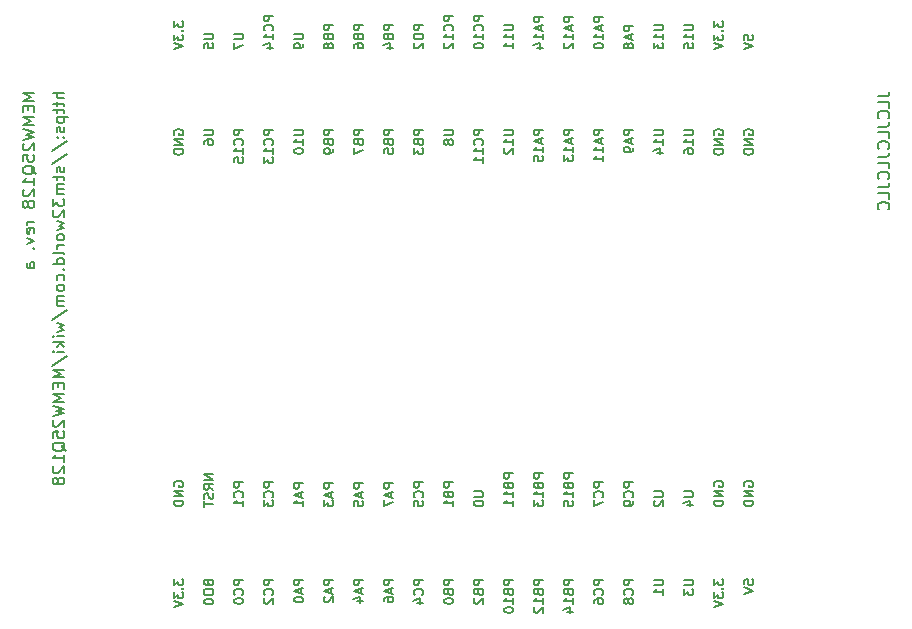
<source format=gbr>
%TF.GenerationSoftware,KiCad,Pcbnew,6.0.7+dfsg-1+b1*%
%TF.CreationDate,2022-09-11T09:11:50+08:00*%
%TF.ProjectId,memw25q128,6d656d77-3235-4713-9132-382e6b696361,a*%
%TF.SameCoordinates,PX65bcec0PY76b1be0*%
%TF.FileFunction,Legend,Bot*%
%TF.FilePolarity,Positive*%
%FSLAX46Y46*%
G04 Gerber Fmt 4.6, Leading zero omitted, Abs format (unit mm)*
G04 Created by KiCad (PCBNEW 6.0.7+dfsg-1+b1) date 2022-09-11 09:11:50*
%MOMM*%
%LPD*%
G01*
G04 APERTURE LIST*
%ADD10C,0.150000*%
G04 APERTURE END LIST*
D10*
%TO.C,J1*%
X18776904Y13711548D02*
X17976904Y13711548D01*
X18776904Y13254405D01*
X17976904Y13254405D01*
X18776904Y12416310D02*
X18395952Y12682977D01*
X18776904Y12873453D02*
X17976904Y12873453D01*
X17976904Y12568691D01*
X18015000Y12492500D01*
X18053095Y12454405D01*
X18129285Y12416310D01*
X18243571Y12416310D01*
X18319761Y12454405D01*
X18357857Y12492500D01*
X18395952Y12568691D01*
X18395952Y12873453D01*
X18738809Y12111548D02*
X18776904Y11997262D01*
X18776904Y11806786D01*
X18738809Y11730596D01*
X18700714Y11692500D01*
X18624523Y11654405D01*
X18548333Y11654405D01*
X18472142Y11692500D01*
X18434047Y11730596D01*
X18395952Y11806786D01*
X18357857Y11959167D01*
X18319761Y12035358D01*
X18281666Y12073453D01*
X18205476Y12111548D01*
X18129285Y12111548D01*
X18053095Y12073453D01*
X18015000Y12035358D01*
X17976904Y11959167D01*
X17976904Y11768691D01*
X18015000Y11654405D01*
X17976904Y11425834D02*
X17976904Y10968691D01*
X18776904Y11197262D02*
X17976904Y11197262D01*
X46716904Y13825834D02*
X45916904Y13825834D01*
X45916904Y13521072D01*
X45955000Y13444881D01*
X45993095Y13406786D01*
X46069285Y13368691D01*
X46183571Y13368691D01*
X46259761Y13406786D01*
X46297857Y13444881D01*
X46335952Y13521072D01*
X46335952Y13825834D01*
X46297857Y12759167D02*
X46335952Y12644881D01*
X46374047Y12606786D01*
X46450238Y12568691D01*
X46564523Y12568691D01*
X46640714Y12606786D01*
X46678809Y12644881D01*
X46716904Y12721072D01*
X46716904Y13025834D01*
X45916904Y13025834D01*
X45916904Y12759167D01*
X45955000Y12682977D01*
X45993095Y12644881D01*
X46069285Y12606786D01*
X46145476Y12606786D01*
X46221666Y12644881D01*
X46259761Y12682977D01*
X46297857Y12759167D01*
X46297857Y13025834D01*
X46716904Y11806786D02*
X46716904Y12263929D01*
X46716904Y12035358D02*
X45916904Y12035358D01*
X46031190Y12111548D01*
X46107380Y12187739D01*
X46145476Y12263929D01*
X45916904Y11540120D02*
X45916904Y11044881D01*
X46221666Y11311548D01*
X46221666Y11197262D01*
X46259761Y11121072D01*
X46297857Y11082977D01*
X46374047Y11044881D01*
X46564523Y11044881D01*
X46640714Y11082977D01*
X46678809Y11121072D01*
X46716904Y11197262D01*
X46716904Y11425834D01*
X46678809Y11502024D01*
X46640714Y11540120D01*
X61156904Y52103691D02*
X61156904Y51608453D01*
X61461666Y51875120D01*
X61461666Y51760834D01*
X61499761Y51684643D01*
X61537857Y51646548D01*
X61614047Y51608453D01*
X61804523Y51608453D01*
X61880714Y51646548D01*
X61918809Y51684643D01*
X61956904Y51760834D01*
X61956904Y51989405D01*
X61918809Y52065596D01*
X61880714Y52103691D01*
X61880714Y51265596D02*
X61918809Y51227500D01*
X61956904Y51265596D01*
X61918809Y51303691D01*
X61880714Y51265596D01*
X61956904Y51265596D01*
X61156904Y50960834D02*
X61156904Y50465596D01*
X61461666Y50732262D01*
X61461666Y50617977D01*
X61499761Y50541786D01*
X61537857Y50503691D01*
X61614047Y50465596D01*
X61804523Y50465596D01*
X61880714Y50503691D01*
X61918809Y50541786D01*
X61956904Y50617977D01*
X61956904Y50846548D01*
X61918809Y50922739D01*
X61880714Y50960834D01*
X61156904Y50237024D02*
X61956904Y49970358D01*
X61156904Y49703691D01*
X21316904Y42892024D02*
X20516904Y42892024D01*
X20516904Y42587262D01*
X20555000Y42511072D01*
X20593095Y42472977D01*
X20669285Y42434881D01*
X20783571Y42434881D01*
X20859761Y42472977D01*
X20897857Y42511072D01*
X20935952Y42587262D01*
X20935952Y42892024D01*
X21240714Y41634881D02*
X21278809Y41672977D01*
X21316904Y41787262D01*
X21316904Y41863453D01*
X21278809Y41977739D01*
X21202619Y42053929D01*
X21126428Y42092024D01*
X20974047Y42130120D01*
X20859761Y42130120D01*
X20707380Y42092024D01*
X20631190Y42053929D01*
X20555000Y41977739D01*
X20516904Y41863453D01*
X20516904Y41787262D01*
X20555000Y41672977D01*
X20593095Y41634881D01*
X21316904Y40872977D02*
X21316904Y41330120D01*
X21316904Y41101548D02*
X20516904Y41101548D01*
X20631190Y41177739D01*
X20707380Y41253929D01*
X20745476Y41330120D01*
X20516904Y40149167D02*
X20516904Y40530120D01*
X20897857Y40568215D01*
X20859761Y40530120D01*
X20821666Y40453929D01*
X20821666Y40263453D01*
X20859761Y40187262D01*
X20897857Y40149167D01*
X20974047Y40111072D01*
X21164523Y40111072D01*
X21240714Y40149167D01*
X21278809Y40187262D01*
X21316904Y40263453D01*
X21316904Y40453929D01*
X21278809Y40530120D01*
X21240714Y40568215D01*
X34016904Y42892024D02*
X33216904Y42892024D01*
X33216904Y42587262D01*
X33255000Y42511072D01*
X33293095Y42472977D01*
X33369285Y42434881D01*
X33483571Y42434881D01*
X33559761Y42472977D01*
X33597857Y42511072D01*
X33635952Y42587262D01*
X33635952Y42892024D01*
X33597857Y41825358D02*
X33635952Y41711072D01*
X33674047Y41672977D01*
X33750238Y41634881D01*
X33864523Y41634881D01*
X33940714Y41672977D01*
X33978809Y41711072D01*
X34016904Y41787262D01*
X34016904Y42092024D01*
X33216904Y42092024D01*
X33216904Y41825358D01*
X33255000Y41749167D01*
X33293095Y41711072D01*
X33369285Y41672977D01*
X33445476Y41672977D01*
X33521666Y41711072D01*
X33559761Y41749167D01*
X33597857Y41825358D01*
X33597857Y42092024D01*
X33216904Y40911072D02*
X33216904Y41292024D01*
X33597857Y41330120D01*
X33559761Y41292024D01*
X33521666Y41215834D01*
X33521666Y41025358D01*
X33559761Y40949167D01*
X33597857Y40911072D01*
X33674047Y40872977D01*
X33864523Y40872977D01*
X33940714Y40911072D01*
X33978809Y40949167D01*
X34016904Y41025358D01*
X34016904Y41215834D01*
X33978809Y41292024D01*
X33940714Y41330120D01*
X20516904Y51037024D02*
X21164523Y51037024D01*
X21240714Y50998929D01*
X21278809Y50960834D01*
X21316904Y50884643D01*
X21316904Y50732262D01*
X21278809Y50656072D01*
X21240714Y50617977D01*
X21164523Y50579881D01*
X20516904Y50579881D01*
X20516904Y50275120D02*
X20516904Y49741786D01*
X21316904Y50084643D01*
X31476904Y51798929D02*
X30676904Y51798929D01*
X30676904Y51494167D01*
X30715000Y51417977D01*
X30753095Y51379881D01*
X30829285Y51341786D01*
X30943571Y51341786D01*
X31019761Y51379881D01*
X31057857Y51417977D01*
X31095952Y51494167D01*
X31095952Y51798929D01*
X31057857Y50732262D02*
X31095952Y50617977D01*
X31134047Y50579881D01*
X31210238Y50541786D01*
X31324523Y50541786D01*
X31400714Y50579881D01*
X31438809Y50617977D01*
X31476904Y50694167D01*
X31476904Y50998929D01*
X30676904Y50998929D01*
X30676904Y50732262D01*
X30715000Y50656072D01*
X30753095Y50617977D01*
X30829285Y50579881D01*
X30905476Y50579881D01*
X30981666Y50617977D01*
X31019761Y50656072D01*
X31057857Y50732262D01*
X31057857Y50998929D01*
X30676904Y49856072D02*
X30676904Y50008453D01*
X30715000Y50084643D01*
X30753095Y50122739D01*
X30867380Y50198929D01*
X31019761Y50237024D01*
X31324523Y50237024D01*
X31400714Y50198929D01*
X31438809Y50160834D01*
X31476904Y50084643D01*
X31476904Y49932262D01*
X31438809Y49856072D01*
X31400714Y49817977D01*
X31324523Y49779881D01*
X31134047Y49779881D01*
X31057857Y49817977D01*
X31019761Y49856072D01*
X30981666Y49932262D01*
X30981666Y50084643D01*
X31019761Y50160834D01*
X31057857Y50198929D01*
X31134047Y50237024D01*
X46716904Y42892024D02*
X45916904Y42892024D01*
X45916904Y42587262D01*
X45955000Y42511072D01*
X45993095Y42472977D01*
X46069285Y42434881D01*
X46183571Y42434881D01*
X46259761Y42472977D01*
X46297857Y42511072D01*
X46335952Y42587262D01*
X46335952Y42892024D01*
X46488333Y42130120D02*
X46488333Y41749167D01*
X46716904Y42206310D02*
X45916904Y41939643D01*
X46716904Y41672977D01*
X46716904Y40987262D02*
X46716904Y41444405D01*
X46716904Y41215834D02*
X45916904Y41215834D01*
X46031190Y41292024D01*
X46107380Y41368215D01*
X46145476Y41444405D01*
X45916904Y40263453D02*
X45916904Y40644405D01*
X46297857Y40682500D01*
X46259761Y40644405D01*
X46221666Y40568215D01*
X46221666Y40377739D01*
X46259761Y40301548D01*
X46297857Y40263453D01*
X46374047Y40225358D01*
X46564523Y40225358D01*
X46640714Y40263453D01*
X46678809Y40301548D01*
X46716904Y40377739D01*
X46716904Y40568215D01*
X46678809Y40644405D01*
X46640714Y40682500D01*
X54336904Y13063929D02*
X53536904Y13063929D01*
X53536904Y12759167D01*
X53575000Y12682977D01*
X53613095Y12644881D01*
X53689285Y12606786D01*
X53803571Y12606786D01*
X53879761Y12644881D01*
X53917857Y12682977D01*
X53955952Y12759167D01*
X53955952Y13063929D01*
X54260714Y11806786D02*
X54298809Y11844881D01*
X54336904Y11959167D01*
X54336904Y12035358D01*
X54298809Y12149643D01*
X54222619Y12225834D01*
X54146428Y12263929D01*
X53994047Y12302024D01*
X53879761Y12302024D01*
X53727380Y12263929D01*
X53651190Y12225834D01*
X53575000Y12149643D01*
X53536904Y12035358D01*
X53536904Y11959167D01*
X53575000Y11844881D01*
X53613095Y11806786D01*
X54336904Y11425834D02*
X54336904Y11273453D01*
X54298809Y11197262D01*
X54260714Y11159167D01*
X54146428Y11082977D01*
X53994047Y11044881D01*
X53689285Y11044881D01*
X53613095Y11082977D01*
X53575000Y11121072D01*
X53536904Y11197262D01*
X53536904Y11349643D01*
X53575000Y11425834D01*
X53613095Y11463929D01*
X53689285Y11502024D01*
X53879761Y11502024D01*
X53955952Y11463929D01*
X53994047Y11425834D01*
X54032142Y11349643D01*
X54032142Y11197262D01*
X53994047Y11121072D01*
X53955952Y11082977D01*
X53879761Y11044881D01*
X34016904Y12949643D02*
X33216904Y12949643D01*
X33216904Y12644881D01*
X33255000Y12568691D01*
X33293095Y12530596D01*
X33369285Y12492500D01*
X33483571Y12492500D01*
X33559761Y12530596D01*
X33597857Y12568691D01*
X33635952Y12644881D01*
X33635952Y12949643D01*
X33788333Y12187739D02*
X33788333Y11806786D01*
X34016904Y12263929D02*
X33216904Y11997262D01*
X34016904Y11730596D01*
X33216904Y11540120D02*
X33216904Y11006786D01*
X34016904Y11349643D01*
X56076904Y42892024D02*
X56724523Y42892024D01*
X56800714Y42853929D01*
X56838809Y42815834D01*
X56876904Y42739643D01*
X56876904Y42587262D01*
X56838809Y42511072D01*
X56800714Y42472977D01*
X56724523Y42434881D01*
X56076904Y42434881D01*
X56876904Y41634881D02*
X56876904Y42092024D01*
X56876904Y41863453D02*
X56076904Y41863453D01*
X56191190Y41939643D01*
X56267380Y42015834D01*
X56305476Y42092024D01*
X56343571Y40949167D02*
X56876904Y40949167D01*
X56038809Y41139643D02*
X56610238Y41330120D01*
X56610238Y40834881D01*
X41636904Y4792024D02*
X40836904Y4792024D01*
X40836904Y4487262D01*
X40875000Y4411072D01*
X40913095Y4372977D01*
X40989285Y4334881D01*
X41103571Y4334881D01*
X41179761Y4372977D01*
X41217857Y4411072D01*
X41255952Y4487262D01*
X41255952Y4792024D01*
X41217857Y3725358D02*
X41255952Y3611072D01*
X41294047Y3572977D01*
X41370238Y3534881D01*
X41484523Y3534881D01*
X41560714Y3572977D01*
X41598809Y3611072D01*
X41636904Y3687262D01*
X41636904Y3992024D01*
X40836904Y3992024D01*
X40836904Y3725358D01*
X40875000Y3649167D01*
X40913095Y3611072D01*
X40989285Y3572977D01*
X41065476Y3572977D01*
X41141666Y3611072D01*
X41179761Y3649167D01*
X41217857Y3725358D01*
X41217857Y3992024D01*
X40913095Y3230120D02*
X40875000Y3192024D01*
X40836904Y3115834D01*
X40836904Y2925358D01*
X40875000Y2849167D01*
X40913095Y2811072D01*
X40989285Y2772977D01*
X41065476Y2772977D01*
X41179761Y2811072D01*
X41636904Y3268215D01*
X41636904Y2772977D01*
X75017380Y45733691D02*
X75731666Y45733691D01*
X75874523Y45781310D01*
X75969761Y45876548D01*
X76017380Y46019405D01*
X76017380Y46114643D01*
X76017380Y44781310D02*
X76017380Y45257500D01*
X75017380Y45257500D01*
X75922142Y43876548D02*
X75969761Y43924167D01*
X76017380Y44067024D01*
X76017380Y44162262D01*
X75969761Y44305120D01*
X75874523Y44400358D01*
X75779285Y44447977D01*
X75588809Y44495596D01*
X75445952Y44495596D01*
X75255476Y44447977D01*
X75160238Y44400358D01*
X75065000Y44305120D01*
X75017380Y44162262D01*
X75017380Y44067024D01*
X75065000Y43924167D01*
X75112619Y43876548D01*
X75017380Y43162262D02*
X75731666Y43162262D01*
X75874523Y43209881D01*
X75969761Y43305120D01*
X76017380Y43447977D01*
X76017380Y43543215D01*
X76017380Y42209881D02*
X76017380Y42686072D01*
X75017380Y42686072D01*
X75922142Y41305120D02*
X75969761Y41352739D01*
X76017380Y41495596D01*
X76017380Y41590834D01*
X75969761Y41733691D01*
X75874523Y41828929D01*
X75779285Y41876548D01*
X75588809Y41924167D01*
X75445952Y41924167D01*
X75255476Y41876548D01*
X75160238Y41828929D01*
X75065000Y41733691D01*
X75017380Y41590834D01*
X75017380Y41495596D01*
X75065000Y41352739D01*
X75112619Y41305120D01*
X75017380Y40590834D02*
X75731666Y40590834D01*
X75874523Y40638453D01*
X75969761Y40733691D01*
X76017380Y40876548D01*
X76017380Y40971786D01*
X76017380Y39638453D02*
X76017380Y40114643D01*
X75017380Y40114643D01*
X75922142Y38733691D02*
X75969761Y38781310D01*
X76017380Y38924167D01*
X76017380Y39019405D01*
X75969761Y39162262D01*
X75874523Y39257500D01*
X75779285Y39305120D01*
X75588809Y39352739D01*
X75445952Y39352739D01*
X75255476Y39305120D01*
X75160238Y39257500D01*
X75065000Y39162262D01*
X75017380Y39019405D01*
X75017380Y38924167D01*
X75065000Y38781310D01*
X75112619Y38733691D01*
X75017380Y38019405D02*
X75731666Y38019405D01*
X75874523Y38067024D01*
X75969761Y38162262D01*
X76017380Y38305120D01*
X76017380Y38400358D01*
X76017380Y37067024D02*
X76017380Y37543215D01*
X75017380Y37543215D01*
X75922142Y36162262D02*
X75969761Y36209881D01*
X76017380Y36352739D01*
X76017380Y36447977D01*
X75969761Y36590834D01*
X75874523Y36686072D01*
X75779285Y36733691D01*
X75588809Y36781310D01*
X75445952Y36781310D01*
X75255476Y36733691D01*
X75160238Y36686072D01*
X75065000Y36590834D01*
X75017380Y36447977D01*
X75017380Y36352739D01*
X75065000Y36209881D01*
X75112619Y36162262D01*
X17976904Y42892024D02*
X18624523Y42892024D01*
X18700714Y42853929D01*
X18738809Y42815834D01*
X18776904Y42739643D01*
X18776904Y42587262D01*
X18738809Y42511072D01*
X18700714Y42472977D01*
X18624523Y42434881D01*
X17976904Y42434881D01*
X17976904Y41711072D02*
X17976904Y41863453D01*
X18015000Y41939643D01*
X18053095Y41977739D01*
X18167380Y42053929D01*
X18319761Y42092024D01*
X18624523Y42092024D01*
X18700714Y42053929D01*
X18738809Y42015834D01*
X18776904Y41939643D01*
X18776904Y41787262D01*
X18738809Y41711072D01*
X18700714Y41672977D01*
X18624523Y41634881D01*
X18434047Y41634881D01*
X18357857Y41672977D01*
X18319761Y41711072D01*
X18281666Y41787262D01*
X18281666Y41939643D01*
X18319761Y42015834D01*
X18357857Y42053929D01*
X18434047Y42092024D01*
X25596904Y51037024D02*
X26244523Y51037024D01*
X26320714Y50998929D01*
X26358809Y50960834D01*
X26396904Y50884643D01*
X26396904Y50732262D01*
X26358809Y50656072D01*
X26320714Y50617977D01*
X26244523Y50579881D01*
X25596904Y50579881D01*
X26396904Y50160834D02*
X26396904Y50008453D01*
X26358809Y49932262D01*
X26320714Y49894167D01*
X26206428Y49817977D01*
X26054047Y49779881D01*
X25749285Y49779881D01*
X25673095Y49817977D01*
X25635000Y49856072D01*
X25596904Y49932262D01*
X25596904Y50084643D01*
X25635000Y50160834D01*
X25673095Y50198929D01*
X25749285Y50237024D01*
X25939761Y50237024D01*
X26015952Y50198929D01*
X26054047Y50160834D01*
X26092142Y50084643D01*
X26092142Y49932262D01*
X26054047Y49856072D01*
X26015952Y49817977D01*
X25939761Y49779881D01*
X58616904Y51798929D02*
X59264523Y51798929D01*
X59340714Y51760834D01*
X59378809Y51722739D01*
X59416904Y51646548D01*
X59416904Y51494167D01*
X59378809Y51417977D01*
X59340714Y51379881D01*
X59264523Y51341786D01*
X58616904Y51341786D01*
X59416904Y50541786D02*
X59416904Y50998929D01*
X59416904Y50770358D02*
X58616904Y50770358D01*
X58731190Y50846548D01*
X58807380Y50922739D01*
X58845476Y50998929D01*
X58616904Y49817977D02*
X58616904Y50198929D01*
X58997857Y50237024D01*
X58959761Y50198929D01*
X58921666Y50122739D01*
X58921666Y49932262D01*
X58959761Y49856072D01*
X58997857Y49817977D01*
X59074047Y49779881D01*
X59264523Y49779881D01*
X59340714Y49817977D01*
X59378809Y49856072D01*
X59416904Y49932262D01*
X59416904Y50122739D01*
X59378809Y50198929D01*
X59340714Y50237024D01*
X18357857Y4525358D02*
X18395952Y4411072D01*
X18434047Y4372977D01*
X18510238Y4334881D01*
X18624523Y4334881D01*
X18700714Y4372977D01*
X18738809Y4411072D01*
X18776904Y4487262D01*
X18776904Y4792024D01*
X17976904Y4792024D01*
X17976904Y4525358D01*
X18015000Y4449167D01*
X18053095Y4411072D01*
X18129285Y4372977D01*
X18205476Y4372977D01*
X18281666Y4411072D01*
X18319761Y4449167D01*
X18357857Y4525358D01*
X18357857Y4792024D01*
X17976904Y3839643D02*
X17976904Y3687262D01*
X18015000Y3611072D01*
X18091190Y3534881D01*
X18243571Y3496786D01*
X18510238Y3496786D01*
X18662619Y3534881D01*
X18738809Y3611072D01*
X18776904Y3687262D01*
X18776904Y3839643D01*
X18738809Y3915834D01*
X18662619Y3992024D01*
X18510238Y4030120D01*
X18243571Y4030120D01*
X18091190Y3992024D01*
X18015000Y3915834D01*
X17976904Y3839643D01*
X17976904Y3001548D02*
X17976904Y2925358D01*
X18015000Y2849167D01*
X18053095Y2811072D01*
X18129285Y2772977D01*
X18281666Y2734881D01*
X18472142Y2734881D01*
X18624523Y2772977D01*
X18700714Y2811072D01*
X18738809Y2849167D01*
X18776904Y2925358D01*
X18776904Y3001548D01*
X18738809Y3077739D01*
X18700714Y3115834D01*
X18624523Y3153929D01*
X18472142Y3192024D01*
X18281666Y3192024D01*
X18129285Y3153929D01*
X18053095Y3115834D01*
X18015000Y3077739D01*
X17976904Y3001548D01*
X39096904Y13063929D02*
X38296904Y13063929D01*
X38296904Y12759167D01*
X38335000Y12682977D01*
X38373095Y12644881D01*
X38449285Y12606786D01*
X38563571Y12606786D01*
X38639761Y12644881D01*
X38677857Y12682977D01*
X38715952Y12759167D01*
X38715952Y13063929D01*
X38677857Y11997262D02*
X38715952Y11882977D01*
X38754047Y11844881D01*
X38830238Y11806786D01*
X38944523Y11806786D01*
X39020714Y11844881D01*
X39058809Y11882977D01*
X39096904Y11959167D01*
X39096904Y12263929D01*
X38296904Y12263929D01*
X38296904Y11997262D01*
X38335000Y11921072D01*
X38373095Y11882977D01*
X38449285Y11844881D01*
X38525476Y11844881D01*
X38601666Y11882977D01*
X38639761Y11921072D01*
X38677857Y11997262D01*
X38677857Y12263929D01*
X39096904Y11044881D02*
X39096904Y11502024D01*
X39096904Y11273453D02*
X38296904Y11273453D01*
X38411190Y11349643D01*
X38487380Y11425834D01*
X38525476Y11502024D01*
X23856904Y52560834D02*
X23056904Y52560834D01*
X23056904Y52256072D01*
X23095000Y52179881D01*
X23133095Y52141786D01*
X23209285Y52103691D01*
X23323571Y52103691D01*
X23399761Y52141786D01*
X23437857Y52179881D01*
X23475952Y52256072D01*
X23475952Y52560834D01*
X23780714Y51303691D02*
X23818809Y51341786D01*
X23856904Y51456072D01*
X23856904Y51532262D01*
X23818809Y51646548D01*
X23742619Y51722739D01*
X23666428Y51760834D01*
X23514047Y51798929D01*
X23399761Y51798929D01*
X23247380Y51760834D01*
X23171190Y51722739D01*
X23095000Y51646548D01*
X23056904Y51532262D01*
X23056904Y51456072D01*
X23095000Y51341786D01*
X23133095Y51303691D01*
X23856904Y50541786D02*
X23856904Y50998929D01*
X23856904Y50770358D02*
X23056904Y50770358D01*
X23171190Y50846548D01*
X23247380Y50922739D01*
X23285476Y50998929D01*
X23323571Y49856072D02*
X23856904Y49856072D01*
X23018809Y50046548D02*
X23590238Y50237024D01*
X23590238Y49741786D01*
X21316904Y4792024D02*
X20516904Y4792024D01*
X20516904Y4487262D01*
X20555000Y4411072D01*
X20593095Y4372977D01*
X20669285Y4334881D01*
X20783571Y4334881D01*
X20859761Y4372977D01*
X20897857Y4411072D01*
X20935952Y4487262D01*
X20935952Y4792024D01*
X21240714Y3534881D02*
X21278809Y3572977D01*
X21316904Y3687262D01*
X21316904Y3763453D01*
X21278809Y3877739D01*
X21202619Y3953929D01*
X21126428Y3992024D01*
X20974047Y4030120D01*
X20859761Y4030120D01*
X20707380Y3992024D01*
X20631190Y3953929D01*
X20555000Y3877739D01*
X20516904Y3763453D01*
X20516904Y3687262D01*
X20555000Y3572977D01*
X20593095Y3534881D01*
X20516904Y3039643D02*
X20516904Y2963453D01*
X20555000Y2887262D01*
X20593095Y2849167D01*
X20669285Y2811072D01*
X20821666Y2772977D01*
X21012142Y2772977D01*
X21164523Y2811072D01*
X21240714Y2849167D01*
X21278809Y2887262D01*
X21316904Y2963453D01*
X21316904Y3039643D01*
X21278809Y3115834D01*
X21240714Y3153929D01*
X21164523Y3192024D01*
X21012142Y3230120D01*
X20821666Y3230120D01*
X20669285Y3192024D01*
X20593095Y3153929D01*
X20555000Y3115834D01*
X20516904Y3039643D01*
X40836904Y12302024D02*
X41484523Y12302024D01*
X41560714Y12263929D01*
X41598809Y12225834D01*
X41636904Y12149643D01*
X41636904Y11997262D01*
X41598809Y11921072D01*
X41560714Y11882977D01*
X41484523Y11844881D01*
X40836904Y11844881D01*
X40836904Y11311548D02*
X40836904Y11235358D01*
X40875000Y11159167D01*
X40913095Y11121072D01*
X40989285Y11082977D01*
X41141666Y11044881D01*
X41332142Y11044881D01*
X41484523Y11082977D01*
X41560714Y11121072D01*
X41598809Y11159167D01*
X41636904Y11235358D01*
X41636904Y11311548D01*
X41598809Y11387739D01*
X41560714Y11425834D01*
X41484523Y11463929D01*
X41332142Y11502024D01*
X41141666Y11502024D01*
X40989285Y11463929D01*
X40913095Y11425834D01*
X40875000Y11387739D01*
X40836904Y11311548D01*
X15436904Y4868215D02*
X15436904Y4372977D01*
X15741666Y4639643D01*
X15741666Y4525358D01*
X15779761Y4449167D01*
X15817857Y4411072D01*
X15894047Y4372977D01*
X16084523Y4372977D01*
X16160714Y4411072D01*
X16198809Y4449167D01*
X16236904Y4525358D01*
X16236904Y4753929D01*
X16198809Y4830120D01*
X16160714Y4868215D01*
X16160714Y4030120D02*
X16198809Y3992024D01*
X16236904Y4030120D01*
X16198809Y4068215D01*
X16160714Y4030120D01*
X16236904Y4030120D01*
X15436904Y3725358D02*
X15436904Y3230120D01*
X15741666Y3496786D01*
X15741666Y3382500D01*
X15779761Y3306310D01*
X15817857Y3268215D01*
X15894047Y3230120D01*
X16084523Y3230120D01*
X16160714Y3268215D01*
X16198809Y3306310D01*
X16236904Y3382500D01*
X16236904Y3611072D01*
X16198809Y3687262D01*
X16160714Y3725358D01*
X15436904Y3001548D02*
X16236904Y2734881D01*
X15436904Y2468215D01*
X15436904Y52103691D02*
X15436904Y51608453D01*
X15741666Y51875120D01*
X15741666Y51760834D01*
X15779761Y51684643D01*
X15817857Y51646548D01*
X15894047Y51608453D01*
X16084523Y51608453D01*
X16160714Y51646548D01*
X16198809Y51684643D01*
X16236904Y51760834D01*
X16236904Y51989405D01*
X16198809Y52065596D01*
X16160714Y52103691D01*
X16160714Y51265596D02*
X16198809Y51227500D01*
X16236904Y51265596D01*
X16198809Y51303691D01*
X16160714Y51265596D01*
X16236904Y51265596D01*
X15436904Y50960834D02*
X15436904Y50465596D01*
X15741666Y50732262D01*
X15741666Y50617977D01*
X15779761Y50541786D01*
X15817857Y50503691D01*
X15894047Y50465596D01*
X16084523Y50465596D01*
X16160714Y50503691D01*
X16198809Y50541786D01*
X16236904Y50617977D01*
X16236904Y50846548D01*
X16198809Y50922739D01*
X16160714Y50960834D01*
X15436904Y50237024D02*
X16236904Y49970358D01*
X15436904Y49703691D01*
X49256904Y4792024D02*
X48456904Y4792024D01*
X48456904Y4487262D01*
X48495000Y4411072D01*
X48533095Y4372977D01*
X48609285Y4334881D01*
X48723571Y4334881D01*
X48799761Y4372977D01*
X48837857Y4411072D01*
X48875952Y4487262D01*
X48875952Y4792024D01*
X48837857Y3725358D02*
X48875952Y3611072D01*
X48914047Y3572977D01*
X48990238Y3534881D01*
X49104523Y3534881D01*
X49180714Y3572977D01*
X49218809Y3611072D01*
X49256904Y3687262D01*
X49256904Y3992024D01*
X48456904Y3992024D01*
X48456904Y3725358D01*
X48495000Y3649167D01*
X48533095Y3611072D01*
X48609285Y3572977D01*
X48685476Y3572977D01*
X48761666Y3611072D01*
X48799761Y3649167D01*
X48837857Y3725358D01*
X48837857Y3992024D01*
X49256904Y2772977D02*
X49256904Y3230120D01*
X49256904Y3001548D02*
X48456904Y3001548D01*
X48571190Y3077739D01*
X48647380Y3153929D01*
X48685476Y3230120D01*
X48723571Y2087262D02*
X49256904Y2087262D01*
X48418809Y2277739D02*
X48990238Y2468215D01*
X48990238Y1972977D01*
X21316904Y13063929D02*
X20516904Y13063929D01*
X20516904Y12759167D01*
X20555000Y12682977D01*
X20593095Y12644881D01*
X20669285Y12606786D01*
X20783571Y12606786D01*
X20859761Y12644881D01*
X20897857Y12682977D01*
X20935952Y12759167D01*
X20935952Y13063929D01*
X21240714Y11806786D02*
X21278809Y11844881D01*
X21316904Y11959167D01*
X21316904Y12035358D01*
X21278809Y12149643D01*
X21202619Y12225834D01*
X21126428Y12263929D01*
X20974047Y12302024D01*
X20859761Y12302024D01*
X20707380Y12263929D01*
X20631190Y12225834D01*
X20555000Y12149643D01*
X20516904Y12035358D01*
X20516904Y11959167D01*
X20555000Y11844881D01*
X20593095Y11806786D01*
X21316904Y11044881D02*
X21316904Y11502024D01*
X21316904Y11273453D02*
X20516904Y11273453D01*
X20631190Y11349643D01*
X20707380Y11425834D01*
X20745476Y11502024D01*
X56076904Y4792024D02*
X56724523Y4792024D01*
X56800714Y4753929D01*
X56838809Y4715834D01*
X56876904Y4639643D01*
X56876904Y4487262D01*
X56838809Y4411072D01*
X56800714Y4372977D01*
X56724523Y4334881D01*
X56076904Y4334881D01*
X56876904Y3534881D02*
X56876904Y3992024D01*
X56876904Y3763453D02*
X56076904Y3763453D01*
X56191190Y3839643D01*
X56267380Y3915834D01*
X56305476Y3992024D01*
X46716904Y4792024D02*
X45916904Y4792024D01*
X45916904Y4487262D01*
X45955000Y4411072D01*
X45993095Y4372977D01*
X46069285Y4334881D01*
X46183571Y4334881D01*
X46259761Y4372977D01*
X46297857Y4411072D01*
X46335952Y4487262D01*
X46335952Y4792024D01*
X46297857Y3725358D02*
X46335952Y3611072D01*
X46374047Y3572977D01*
X46450238Y3534881D01*
X46564523Y3534881D01*
X46640714Y3572977D01*
X46678809Y3611072D01*
X46716904Y3687262D01*
X46716904Y3992024D01*
X45916904Y3992024D01*
X45916904Y3725358D01*
X45955000Y3649167D01*
X45993095Y3611072D01*
X46069285Y3572977D01*
X46145476Y3572977D01*
X46221666Y3611072D01*
X46259761Y3649167D01*
X46297857Y3725358D01*
X46297857Y3992024D01*
X46716904Y2772977D02*
X46716904Y3230120D01*
X46716904Y3001548D02*
X45916904Y3001548D01*
X46031190Y3077739D01*
X46107380Y3153929D01*
X46145476Y3230120D01*
X45993095Y2468215D02*
X45955000Y2430120D01*
X45916904Y2353929D01*
X45916904Y2163453D01*
X45955000Y2087262D01*
X45993095Y2049167D01*
X46069285Y2011072D01*
X46145476Y2011072D01*
X46259761Y2049167D01*
X46716904Y2506310D01*
X46716904Y2011072D01*
X63735000Y12721072D02*
X63696904Y12797262D01*
X63696904Y12911548D01*
X63735000Y13025834D01*
X63811190Y13102024D01*
X63887380Y13140120D01*
X64039761Y13178215D01*
X64154047Y13178215D01*
X64306428Y13140120D01*
X64382619Y13102024D01*
X64458809Y13025834D01*
X64496904Y12911548D01*
X64496904Y12835358D01*
X64458809Y12721072D01*
X64420714Y12682977D01*
X64154047Y12682977D01*
X64154047Y12835358D01*
X64496904Y12340120D02*
X63696904Y12340120D01*
X64496904Y11882977D01*
X63696904Y11882977D01*
X64496904Y11502024D02*
X63696904Y11502024D01*
X63696904Y11311548D01*
X63735000Y11197262D01*
X63811190Y11121072D01*
X63887380Y11082977D01*
X64039761Y11044881D01*
X64154047Y11044881D01*
X64306428Y11082977D01*
X64382619Y11121072D01*
X64458809Y11197262D01*
X64496904Y11311548D01*
X64496904Y11502024D01*
X41636904Y42892024D02*
X40836904Y42892024D01*
X40836904Y42587262D01*
X40875000Y42511072D01*
X40913095Y42472977D01*
X40989285Y42434881D01*
X41103571Y42434881D01*
X41179761Y42472977D01*
X41217857Y42511072D01*
X41255952Y42587262D01*
X41255952Y42892024D01*
X41560714Y41634881D02*
X41598809Y41672977D01*
X41636904Y41787262D01*
X41636904Y41863453D01*
X41598809Y41977739D01*
X41522619Y42053929D01*
X41446428Y42092024D01*
X41294047Y42130120D01*
X41179761Y42130120D01*
X41027380Y42092024D01*
X40951190Y42053929D01*
X40875000Y41977739D01*
X40836904Y41863453D01*
X40836904Y41787262D01*
X40875000Y41672977D01*
X40913095Y41634881D01*
X41636904Y40872977D02*
X41636904Y41330120D01*
X41636904Y41101548D02*
X40836904Y41101548D01*
X40951190Y41177739D01*
X41027380Y41253929D01*
X41065476Y41330120D01*
X41636904Y40111072D02*
X41636904Y40568215D01*
X41636904Y40339643D02*
X40836904Y40339643D01*
X40951190Y40415834D01*
X41027380Y40492024D01*
X41065476Y40568215D01*
X34016904Y4792024D02*
X33216904Y4792024D01*
X33216904Y4487262D01*
X33255000Y4411072D01*
X33293095Y4372977D01*
X33369285Y4334881D01*
X33483571Y4334881D01*
X33559761Y4372977D01*
X33597857Y4411072D01*
X33635952Y4487262D01*
X33635952Y4792024D01*
X33788333Y4030120D02*
X33788333Y3649167D01*
X34016904Y4106310D02*
X33216904Y3839643D01*
X34016904Y3572977D01*
X33216904Y2963453D02*
X33216904Y3115834D01*
X33255000Y3192024D01*
X33293095Y3230120D01*
X33407380Y3306310D01*
X33559761Y3344405D01*
X33864523Y3344405D01*
X33940714Y3306310D01*
X33978809Y3268215D01*
X34016904Y3192024D01*
X34016904Y3039643D01*
X33978809Y2963453D01*
X33940714Y2925358D01*
X33864523Y2887262D01*
X33674047Y2887262D01*
X33597857Y2925358D01*
X33559761Y2963453D01*
X33521666Y3039643D01*
X33521666Y3192024D01*
X33559761Y3268215D01*
X33597857Y3306310D01*
X33674047Y3344405D01*
X28936904Y4792024D02*
X28136904Y4792024D01*
X28136904Y4487262D01*
X28175000Y4411072D01*
X28213095Y4372977D01*
X28289285Y4334881D01*
X28403571Y4334881D01*
X28479761Y4372977D01*
X28517857Y4411072D01*
X28555952Y4487262D01*
X28555952Y4792024D01*
X28708333Y4030120D02*
X28708333Y3649167D01*
X28936904Y4106310D02*
X28136904Y3839643D01*
X28936904Y3572977D01*
X28213095Y3344405D02*
X28175000Y3306310D01*
X28136904Y3230120D01*
X28136904Y3039643D01*
X28175000Y2963453D01*
X28213095Y2925358D01*
X28289285Y2887262D01*
X28365476Y2887262D01*
X28479761Y2925358D01*
X28936904Y3382500D01*
X28936904Y2887262D01*
X17976904Y51037024D02*
X18624523Y51037024D01*
X18700714Y50998929D01*
X18738809Y50960834D01*
X18776904Y50884643D01*
X18776904Y50732262D01*
X18738809Y50656072D01*
X18700714Y50617977D01*
X18624523Y50579881D01*
X17976904Y50579881D01*
X17976904Y49817977D02*
X17976904Y50198929D01*
X18357857Y50237024D01*
X18319761Y50198929D01*
X18281666Y50122739D01*
X18281666Y49932262D01*
X18319761Y49856072D01*
X18357857Y49817977D01*
X18434047Y49779881D01*
X18624523Y49779881D01*
X18700714Y49817977D01*
X18738809Y49856072D01*
X18776904Y49932262D01*
X18776904Y50122739D01*
X18738809Y50198929D01*
X18700714Y50237024D01*
X15475000Y42472977D02*
X15436904Y42549167D01*
X15436904Y42663453D01*
X15475000Y42777739D01*
X15551190Y42853929D01*
X15627380Y42892024D01*
X15779761Y42930120D01*
X15894047Y42930120D01*
X16046428Y42892024D01*
X16122619Y42853929D01*
X16198809Y42777739D01*
X16236904Y42663453D01*
X16236904Y42587262D01*
X16198809Y42472977D01*
X16160714Y42434881D01*
X15894047Y42434881D01*
X15894047Y42587262D01*
X16236904Y42092024D02*
X15436904Y42092024D01*
X16236904Y41634881D01*
X15436904Y41634881D01*
X16236904Y41253929D02*
X15436904Y41253929D01*
X15436904Y41063453D01*
X15475000Y40949167D01*
X15551190Y40872977D01*
X15627380Y40834881D01*
X15779761Y40796786D01*
X15894047Y40796786D01*
X16046428Y40834881D01*
X16122619Y40872977D01*
X16198809Y40949167D01*
X16236904Y41063453D01*
X16236904Y41253929D01*
X25596904Y42892024D02*
X26244523Y42892024D01*
X26320714Y42853929D01*
X26358809Y42815834D01*
X26396904Y42739643D01*
X26396904Y42587262D01*
X26358809Y42511072D01*
X26320714Y42472977D01*
X26244523Y42434881D01*
X25596904Y42434881D01*
X26396904Y41634881D02*
X26396904Y42092024D01*
X26396904Y41863453D02*
X25596904Y41863453D01*
X25711190Y41939643D01*
X25787380Y42015834D01*
X25825476Y42092024D01*
X25596904Y41139643D02*
X25596904Y41063453D01*
X25635000Y40987262D01*
X25673095Y40949167D01*
X25749285Y40911072D01*
X25901666Y40872977D01*
X26092142Y40872977D01*
X26244523Y40911072D01*
X26320714Y40949167D01*
X26358809Y40987262D01*
X26396904Y41063453D01*
X26396904Y41139643D01*
X26358809Y41215834D01*
X26320714Y41253929D01*
X26244523Y41292024D01*
X26092142Y41330120D01*
X25901666Y41330120D01*
X25749285Y41292024D01*
X25673095Y41253929D01*
X25635000Y41215834D01*
X25596904Y41139643D01*
X39096904Y4792024D02*
X38296904Y4792024D01*
X38296904Y4487262D01*
X38335000Y4411072D01*
X38373095Y4372977D01*
X38449285Y4334881D01*
X38563571Y4334881D01*
X38639761Y4372977D01*
X38677857Y4411072D01*
X38715952Y4487262D01*
X38715952Y4792024D01*
X38677857Y3725358D02*
X38715952Y3611072D01*
X38754047Y3572977D01*
X38830238Y3534881D01*
X38944523Y3534881D01*
X39020714Y3572977D01*
X39058809Y3611072D01*
X39096904Y3687262D01*
X39096904Y3992024D01*
X38296904Y3992024D01*
X38296904Y3725358D01*
X38335000Y3649167D01*
X38373095Y3611072D01*
X38449285Y3572977D01*
X38525476Y3572977D01*
X38601666Y3611072D01*
X38639761Y3649167D01*
X38677857Y3725358D01*
X38677857Y3992024D01*
X38296904Y3039643D02*
X38296904Y2963453D01*
X38335000Y2887262D01*
X38373095Y2849167D01*
X38449285Y2811072D01*
X38601666Y2772977D01*
X38792142Y2772977D01*
X38944523Y2811072D01*
X39020714Y2849167D01*
X39058809Y2887262D01*
X39096904Y2963453D01*
X39096904Y3039643D01*
X39058809Y3115834D01*
X39020714Y3153929D01*
X38944523Y3192024D01*
X38792142Y3230120D01*
X38601666Y3230120D01*
X38449285Y3192024D01*
X38373095Y3153929D01*
X38335000Y3115834D01*
X38296904Y3039643D01*
X26396904Y4792024D02*
X25596904Y4792024D01*
X25596904Y4487262D01*
X25635000Y4411072D01*
X25673095Y4372977D01*
X25749285Y4334881D01*
X25863571Y4334881D01*
X25939761Y4372977D01*
X25977857Y4411072D01*
X26015952Y4487262D01*
X26015952Y4792024D01*
X26168333Y4030120D02*
X26168333Y3649167D01*
X26396904Y4106310D02*
X25596904Y3839643D01*
X26396904Y3572977D01*
X25596904Y3153929D02*
X25596904Y3077739D01*
X25635000Y3001548D01*
X25673095Y2963453D01*
X25749285Y2925358D01*
X25901666Y2887262D01*
X26092142Y2887262D01*
X26244523Y2925358D01*
X26320714Y2963453D01*
X26358809Y3001548D01*
X26396904Y3077739D01*
X26396904Y3153929D01*
X26358809Y3230120D01*
X26320714Y3268215D01*
X26244523Y3306310D01*
X26092142Y3344405D01*
X25901666Y3344405D01*
X25749285Y3306310D01*
X25673095Y3268215D01*
X25635000Y3230120D01*
X25596904Y3153929D01*
X51796904Y13063929D02*
X50996904Y13063929D01*
X50996904Y12759167D01*
X51035000Y12682977D01*
X51073095Y12644881D01*
X51149285Y12606786D01*
X51263571Y12606786D01*
X51339761Y12644881D01*
X51377857Y12682977D01*
X51415952Y12759167D01*
X51415952Y13063929D01*
X51720714Y11806786D02*
X51758809Y11844881D01*
X51796904Y11959167D01*
X51796904Y12035358D01*
X51758809Y12149643D01*
X51682619Y12225834D01*
X51606428Y12263929D01*
X51454047Y12302024D01*
X51339761Y12302024D01*
X51187380Y12263929D01*
X51111190Y12225834D01*
X51035000Y12149643D01*
X50996904Y12035358D01*
X50996904Y11959167D01*
X51035000Y11844881D01*
X51073095Y11806786D01*
X50996904Y11540120D02*
X50996904Y11006786D01*
X51796904Y11349643D01*
X26396904Y12949643D02*
X25596904Y12949643D01*
X25596904Y12644881D01*
X25635000Y12568691D01*
X25673095Y12530596D01*
X25749285Y12492500D01*
X25863571Y12492500D01*
X25939761Y12530596D01*
X25977857Y12568691D01*
X26015952Y12644881D01*
X26015952Y12949643D01*
X26168333Y12187739D02*
X26168333Y11806786D01*
X26396904Y12263929D02*
X25596904Y11997262D01*
X26396904Y11730596D01*
X26396904Y11044881D02*
X26396904Y11502024D01*
X26396904Y11273453D02*
X25596904Y11273453D01*
X25711190Y11349643D01*
X25787380Y11425834D01*
X25825476Y11502024D01*
X36556904Y13063929D02*
X35756904Y13063929D01*
X35756904Y12759167D01*
X35795000Y12682977D01*
X35833095Y12644881D01*
X35909285Y12606786D01*
X36023571Y12606786D01*
X36099761Y12644881D01*
X36137857Y12682977D01*
X36175952Y12759167D01*
X36175952Y13063929D01*
X36480714Y11806786D02*
X36518809Y11844881D01*
X36556904Y11959167D01*
X36556904Y12035358D01*
X36518809Y12149643D01*
X36442619Y12225834D01*
X36366428Y12263929D01*
X36214047Y12302024D01*
X36099761Y12302024D01*
X35947380Y12263929D01*
X35871190Y12225834D01*
X35795000Y12149643D01*
X35756904Y12035358D01*
X35756904Y11959167D01*
X35795000Y11844881D01*
X35833095Y11806786D01*
X35756904Y11082977D02*
X35756904Y11463929D01*
X36137857Y11502024D01*
X36099761Y11463929D01*
X36061666Y11387739D01*
X36061666Y11197262D01*
X36099761Y11121072D01*
X36137857Y11082977D01*
X36214047Y11044881D01*
X36404523Y11044881D01*
X36480714Y11082977D01*
X36518809Y11121072D01*
X36556904Y11197262D01*
X36556904Y11387739D01*
X36518809Y11463929D01*
X36480714Y11502024D01*
X63696904Y50503691D02*
X63696904Y50884643D01*
X64077857Y50922739D01*
X64039761Y50884643D01*
X64001666Y50808453D01*
X64001666Y50617977D01*
X64039761Y50541786D01*
X64077857Y50503691D01*
X64154047Y50465596D01*
X64344523Y50465596D01*
X64420714Y50503691D01*
X64458809Y50541786D01*
X64496904Y50617977D01*
X64496904Y50808453D01*
X64458809Y50884643D01*
X64420714Y50922739D01*
X63696904Y50237024D02*
X64496904Y49970358D01*
X63696904Y49703691D01*
X36556904Y42892024D02*
X35756904Y42892024D01*
X35756904Y42587262D01*
X35795000Y42511072D01*
X35833095Y42472977D01*
X35909285Y42434881D01*
X36023571Y42434881D01*
X36099761Y42472977D01*
X36137857Y42511072D01*
X36175952Y42587262D01*
X36175952Y42892024D01*
X36137857Y41825358D02*
X36175952Y41711072D01*
X36214047Y41672977D01*
X36290238Y41634881D01*
X36404523Y41634881D01*
X36480714Y41672977D01*
X36518809Y41711072D01*
X36556904Y41787262D01*
X36556904Y42092024D01*
X35756904Y42092024D01*
X35756904Y41825358D01*
X35795000Y41749167D01*
X35833095Y41711072D01*
X35909285Y41672977D01*
X35985476Y41672977D01*
X36061666Y41711072D01*
X36099761Y41749167D01*
X36137857Y41825358D01*
X36137857Y42092024D01*
X35756904Y41368215D02*
X35756904Y40872977D01*
X36061666Y41139643D01*
X36061666Y41025358D01*
X36099761Y40949167D01*
X36137857Y40911072D01*
X36214047Y40872977D01*
X36404523Y40872977D01*
X36480714Y40911072D01*
X36518809Y40949167D01*
X36556904Y41025358D01*
X36556904Y41253929D01*
X36518809Y41330120D01*
X36480714Y41368215D01*
X36556904Y4792024D02*
X35756904Y4792024D01*
X35756904Y4487262D01*
X35795000Y4411072D01*
X35833095Y4372977D01*
X35909285Y4334881D01*
X36023571Y4334881D01*
X36099761Y4372977D01*
X36137857Y4411072D01*
X36175952Y4487262D01*
X36175952Y4792024D01*
X36480714Y3534881D02*
X36518809Y3572977D01*
X36556904Y3687262D01*
X36556904Y3763453D01*
X36518809Y3877739D01*
X36442619Y3953929D01*
X36366428Y3992024D01*
X36214047Y4030120D01*
X36099761Y4030120D01*
X35947380Y3992024D01*
X35871190Y3953929D01*
X35795000Y3877739D01*
X35756904Y3763453D01*
X35756904Y3687262D01*
X35795000Y3572977D01*
X35833095Y3534881D01*
X36023571Y2849167D02*
X36556904Y2849167D01*
X35718809Y3039643D02*
X36290238Y3230120D01*
X36290238Y2734881D01*
X43376904Y42892024D02*
X44024523Y42892024D01*
X44100714Y42853929D01*
X44138809Y42815834D01*
X44176904Y42739643D01*
X44176904Y42587262D01*
X44138809Y42511072D01*
X44100714Y42472977D01*
X44024523Y42434881D01*
X43376904Y42434881D01*
X44176904Y41634881D02*
X44176904Y42092024D01*
X44176904Y41863453D02*
X43376904Y41863453D01*
X43491190Y41939643D01*
X43567380Y42015834D01*
X43605476Y42092024D01*
X43453095Y41330120D02*
X43415000Y41292024D01*
X43376904Y41215834D01*
X43376904Y41025358D01*
X43415000Y40949167D01*
X43453095Y40911072D01*
X43529285Y40872977D01*
X43605476Y40872977D01*
X43719761Y40911072D01*
X44176904Y41368215D01*
X44176904Y40872977D01*
X54336904Y42892024D02*
X53536904Y42892024D01*
X53536904Y42587262D01*
X53575000Y42511072D01*
X53613095Y42472977D01*
X53689285Y42434881D01*
X53803571Y42434881D01*
X53879761Y42472977D01*
X53917857Y42511072D01*
X53955952Y42587262D01*
X53955952Y42892024D01*
X54108333Y42130120D02*
X54108333Y41749167D01*
X54336904Y42206310D02*
X53536904Y41939643D01*
X54336904Y41672977D01*
X54336904Y41368215D02*
X54336904Y41215834D01*
X54298809Y41139643D01*
X54260714Y41101548D01*
X54146428Y41025358D01*
X53994047Y40987262D01*
X53689285Y40987262D01*
X53613095Y41025358D01*
X53575000Y41063453D01*
X53536904Y41139643D01*
X53536904Y41292024D01*
X53575000Y41368215D01*
X53613095Y41406310D01*
X53689285Y41444405D01*
X53879761Y41444405D01*
X53955952Y41406310D01*
X53994047Y41368215D01*
X54032142Y41292024D01*
X54032142Y41139643D01*
X53994047Y41063453D01*
X53955952Y41025358D01*
X53879761Y40987262D01*
X23856904Y4792024D02*
X23056904Y4792024D01*
X23056904Y4487262D01*
X23095000Y4411072D01*
X23133095Y4372977D01*
X23209285Y4334881D01*
X23323571Y4334881D01*
X23399761Y4372977D01*
X23437857Y4411072D01*
X23475952Y4487262D01*
X23475952Y4792024D01*
X23780714Y3534881D02*
X23818809Y3572977D01*
X23856904Y3687262D01*
X23856904Y3763453D01*
X23818809Y3877739D01*
X23742619Y3953929D01*
X23666428Y3992024D01*
X23514047Y4030120D01*
X23399761Y4030120D01*
X23247380Y3992024D01*
X23171190Y3953929D01*
X23095000Y3877739D01*
X23056904Y3763453D01*
X23056904Y3687262D01*
X23095000Y3572977D01*
X23133095Y3534881D01*
X23133095Y3230120D02*
X23095000Y3192024D01*
X23056904Y3115834D01*
X23056904Y2925358D01*
X23095000Y2849167D01*
X23133095Y2811072D01*
X23209285Y2772977D01*
X23285476Y2772977D01*
X23399761Y2811072D01*
X23856904Y3268215D01*
X23856904Y2772977D01*
X61156904Y4868215D02*
X61156904Y4372977D01*
X61461666Y4639643D01*
X61461666Y4525358D01*
X61499761Y4449167D01*
X61537857Y4411072D01*
X61614047Y4372977D01*
X61804523Y4372977D01*
X61880714Y4411072D01*
X61918809Y4449167D01*
X61956904Y4525358D01*
X61956904Y4753929D01*
X61918809Y4830120D01*
X61880714Y4868215D01*
X61880714Y4030120D02*
X61918809Y3992024D01*
X61956904Y4030120D01*
X61918809Y4068215D01*
X61880714Y4030120D01*
X61956904Y4030120D01*
X61156904Y3725358D02*
X61156904Y3230120D01*
X61461666Y3496786D01*
X61461666Y3382500D01*
X61499761Y3306310D01*
X61537857Y3268215D01*
X61614047Y3230120D01*
X61804523Y3230120D01*
X61880714Y3268215D01*
X61918809Y3306310D01*
X61956904Y3382500D01*
X61956904Y3611072D01*
X61918809Y3687262D01*
X61880714Y3725358D01*
X61156904Y3001548D02*
X61956904Y2734881D01*
X61156904Y2468215D01*
X46716904Y52446548D02*
X45916904Y52446548D01*
X45916904Y52141786D01*
X45955000Y52065596D01*
X45993095Y52027500D01*
X46069285Y51989405D01*
X46183571Y51989405D01*
X46259761Y52027500D01*
X46297857Y52065596D01*
X46335952Y52141786D01*
X46335952Y52446548D01*
X46488333Y51684643D02*
X46488333Y51303691D01*
X46716904Y51760834D02*
X45916904Y51494167D01*
X46716904Y51227500D01*
X46716904Y50541786D02*
X46716904Y50998929D01*
X46716904Y50770358D02*
X45916904Y50770358D01*
X46031190Y50846548D01*
X46107380Y50922739D01*
X46145476Y50998929D01*
X46183571Y49856072D02*
X46716904Y49856072D01*
X45878809Y50046548D02*
X46450238Y50237024D01*
X46450238Y49741786D01*
X23856904Y42892024D02*
X23056904Y42892024D01*
X23056904Y42587262D01*
X23095000Y42511072D01*
X23133095Y42472977D01*
X23209285Y42434881D01*
X23323571Y42434881D01*
X23399761Y42472977D01*
X23437857Y42511072D01*
X23475952Y42587262D01*
X23475952Y42892024D01*
X23780714Y41634881D02*
X23818809Y41672977D01*
X23856904Y41787262D01*
X23856904Y41863453D01*
X23818809Y41977739D01*
X23742619Y42053929D01*
X23666428Y42092024D01*
X23514047Y42130120D01*
X23399761Y42130120D01*
X23247380Y42092024D01*
X23171190Y42053929D01*
X23095000Y41977739D01*
X23056904Y41863453D01*
X23056904Y41787262D01*
X23095000Y41672977D01*
X23133095Y41634881D01*
X23856904Y40872977D02*
X23856904Y41330120D01*
X23856904Y41101548D02*
X23056904Y41101548D01*
X23171190Y41177739D01*
X23247380Y41253929D01*
X23285476Y41330120D01*
X23056904Y40606310D02*
X23056904Y40111072D01*
X23361666Y40377739D01*
X23361666Y40263453D01*
X23399761Y40187262D01*
X23437857Y40149167D01*
X23514047Y40111072D01*
X23704523Y40111072D01*
X23780714Y40149167D01*
X23818809Y40187262D01*
X23856904Y40263453D01*
X23856904Y40492024D01*
X23818809Y40568215D01*
X23780714Y40606310D01*
X31476904Y42892024D02*
X30676904Y42892024D01*
X30676904Y42587262D01*
X30715000Y42511072D01*
X30753095Y42472977D01*
X30829285Y42434881D01*
X30943571Y42434881D01*
X31019761Y42472977D01*
X31057857Y42511072D01*
X31095952Y42587262D01*
X31095952Y42892024D01*
X31057857Y41825358D02*
X31095952Y41711072D01*
X31134047Y41672977D01*
X31210238Y41634881D01*
X31324523Y41634881D01*
X31400714Y41672977D01*
X31438809Y41711072D01*
X31476904Y41787262D01*
X31476904Y42092024D01*
X30676904Y42092024D01*
X30676904Y41825358D01*
X30715000Y41749167D01*
X30753095Y41711072D01*
X30829285Y41672977D01*
X30905476Y41672977D01*
X30981666Y41711072D01*
X31019761Y41749167D01*
X31057857Y41825358D01*
X31057857Y42092024D01*
X30676904Y41368215D02*
X30676904Y40834881D01*
X31476904Y41177739D01*
X44176904Y13825834D02*
X43376904Y13825834D01*
X43376904Y13521072D01*
X43415000Y13444881D01*
X43453095Y13406786D01*
X43529285Y13368691D01*
X43643571Y13368691D01*
X43719761Y13406786D01*
X43757857Y13444881D01*
X43795952Y13521072D01*
X43795952Y13825834D01*
X43757857Y12759167D02*
X43795952Y12644881D01*
X43834047Y12606786D01*
X43910238Y12568691D01*
X44024523Y12568691D01*
X44100714Y12606786D01*
X44138809Y12644881D01*
X44176904Y12721072D01*
X44176904Y13025834D01*
X43376904Y13025834D01*
X43376904Y12759167D01*
X43415000Y12682977D01*
X43453095Y12644881D01*
X43529285Y12606786D01*
X43605476Y12606786D01*
X43681666Y12644881D01*
X43719761Y12682977D01*
X43757857Y12759167D01*
X43757857Y13025834D01*
X44176904Y11806786D02*
X44176904Y12263929D01*
X44176904Y12035358D02*
X43376904Y12035358D01*
X43491190Y12111548D01*
X43567380Y12187739D01*
X43605476Y12263929D01*
X44176904Y11044881D02*
X44176904Y11502024D01*
X44176904Y11273453D02*
X43376904Y11273453D01*
X43491190Y11349643D01*
X43567380Y11425834D01*
X43605476Y11502024D01*
X58616904Y4792024D02*
X59264523Y4792024D01*
X59340714Y4753929D01*
X59378809Y4715834D01*
X59416904Y4639643D01*
X59416904Y4487262D01*
X59378809Y4411072D01*
X59340714Y4372977D01*
X59264523Y4334881D01*
X58616904Y4334881D01*
X58616904Y4030120D02*
X58616904Y3534881D01*
X58921666Y3801548D01*
X58921666Y3687262D01*
X58959761Y3611072D01*
X58997857Y3572977D01*
X59074047Y3534881D01*
X59264523Y3534881D01*
X59340714Y3572977D01*
X59378809Y3611072D01*
X59416904Y3687262D01*
X59416904Y3915834D01*
X59378809Y3992024D01*
X59340714Y4030120D01*
X31476904Y12949643D02*
X30676904Y12949643D01*
X30676904Y12644881D01*
X30715000Y12568691D01*
X30753095Y12530596D01*
X30829285Y12492500D01*
X30943571Y12492500D01*
X31019761Y12530596D01*
X31057857Y12568691D01*
X31095952Y12644881D01*
X31095952Y12949643D01*
X31248333Y12187739D02*
X31248333Y11806786D01*
X31476904Y12263929D02*
X30676904Y11997262D01*
X31476904Y11730596D01*
X30676904Y11082977D02*
X30676904Y11463929D01*
X31057857Y11502024D01*
X31019761Y11463929D01*
X30981666Y11387739D01*
X30981666Y11197262D01*
X31019761Y11121072D01*
X31057857Y11082977D01*
X31134047Y11044881D01*
X31324523Y11044881D01*
X31400714Y11082977D01*
X31438809Y11121072D01*
X31476904Y11197262D01*
X31476904Y11387739D01*
X31438809Y11463929D01*
X31400714Y11502024D01*
X63696904Y4411072D02*
X63696904Y4792024D01*
X64077857Y4830120D01*
X64039761Y4792024D01*
X64001666Y4715834D01*
X64001666Y4525358D01*
X64039761Y4449167D01*
X64077857Y4411072D01*
X64154047Y4372977D01*
X64344523Y4372977D01*
X64420714Y4411072D01*
X64458809Y4449167D01*
X64496904Y4525358D01*
X64496904Y4715834D01*
X64458809Y4792024D01*
X64420714Y4830120D01*
X63696904Y4144405D02*
X64496904Y3877739D01*
X63696904Y3611072D01*
X61195000Y12721072D02*
X61156904Y12797262D01*
X61156904Y12911548D01*
X61195000Y13025834D01*
X61271190Y13102024D01*
X61347380Y13140120D01*
X61499761Y13178215D01*
X61614047Y13178215D01*
X61766428Y13140120D01*
X61842619Y13102024D01*
X61918809Y13025834D01*
X61956904Y12911548D01*
X61956904Y12835358D01*
X61918809Y12721072D01*
X61880714Y12682977D01*
X61614047Y12682977D01*
X61614047Y12835358D01*
X61956904Y12340120D02*
X61156904Y12340120D01*
X61956904Y11882977D01*
X61156904Y11882977D01*
X61956904Y11502024D02*
X61156904Y11502024D01*
X61156904Y11311548D01*
X61195000Y11197262D01*
X61271190Y11121072D01*
X61347380Y11082977D01*
X61499761Y11044881D01*
X61614047Y11044881D01*
X61766428Y11082977D01*
X61842619Y11121072D01*
X61918809Y11197262D01*
X61956904Y11311548D01*
X61956904Y11502024D01*
X63735000Y42472977D02*
X63696904Y42549167D01*
X63696904Y42663453D01*
X63735000Y42777739D01*
X63811190Y42853929D01*
X63887380Y42892024D01*
X64039761Y42930120D01*
X64154047Y42930120D01*
X64306428Y42892024D01*
X64382619Y42853929D01*
X64458809Y42777739D01*
X64496904Y42663453D01*
X64496904Y42587262D01*
X64458809Y42472977D01*
X64420714Y42434881D01*
X64154047Y42434881D01*
X64154047Y42587262D01*
X64496904Y42092024D02*
X63696904Y42092024D01*
X64496904Y41634881D01*
X63696904Y41634881D01*
X64496904Y41253929D02*
X63696904Y41253929D01*
X63696904Y41063453D01*
X63735000Y40949167D01*
X63811190Y40872977D01*
X63887380Y40834881D01*
X64039761Y40796786D01*
X64154047Y40796786D01*
X64306428Y40834881D01*
X64382619Y40872977D01*
X64458809Y40949167D01*
X64496904Y41063453D01*
X64496904Y41253929D01*
X6167380Y46019405D02*
X5167380Y46019405D01*
X6167380Y45590834D02*
X5643571Y45590834D01*
X5548333Y45638453D01*
X5500714Y45733691D01*
X5500714Y45876548D01*
X5548333Y45971786D01*
X5595952Y46019405D01*
X5500714Y45257500D02*
X5500714Y44876548D01*
X5167380Y45114643D02*
X6024523Y45114643D01*
X6119761Y45067024D01*
X6167380Y44971786D01*
X6167380Y44876548D01*
X5500714Y44686072D02*
X5500714Y44305120D01*
X5167380Y44543215D02*
X6024523Y44543215D01*
X6119761Y44495596D01*
X6167380Y44400358D01*
X6167380Y44305120D01*
X5500714Y43971786D02*
X6500714Y43971786D01*
X5548333Y43971786D02*
X5500714Y43876548D01*
X5500714Y43686072D01*
X5548333Y43590834D01*
X5595952Y43543215D01*
X5691190Y43495596D01*
X5976904Y43495596D01*
X6072142Y43543215D01*
X6119761Y43590834D01*
X6167380Y43686072D01*
X6167380Y43876548D01*
X6119761Y43971786D01*
X6119761Y43114643D02*
X6167380Y43019405D01*
X6167380Y42828929D01*
X6119761Y42733691D01*
X6024523Y42686072D01*
X5976904Y42686072D01*
X5881666Y42733691D01*
X5834047Y42828929D01*
X5834047Y42971786D01*
X5786428Y43067024D01*
X5691190Y43114643D01*
X5643571Y43114643D01*
X5548333Y43067024D01*
X5500714Y42971786D01*
X5500714Y42828929D01*
X5548333Y42733691D01*
X6072142Y42257500D02*
X6119761Y42209881D01*
X6167380Y42257500D01*
X6119761Y42305120D01*
X6072142Y42257500D01*
X6167380Y42257500D01*
X5548333Y42257500D02*
X5595952Y42209881D01*
X5643571Y42257500D01*
X5595952Y42305120D01*
X5548333Y42257500D01*
X5643571Y42257500D01*
X5119761Y41067024D02*
X6405476Y41924167D01*
X5119761Y40019405D02*
X6405476Y40876548D01*
X6119761Y39733691D02*
X6167380Y39638453D01*
X6167380Y39447977D01*
X6119761Y39352739D01*
X6024523Y39305120D01*
X5976904Y39305120D01*
X5881666Y39352739D01*
X5834047Y39447977D01*
X5834047Y39590834D01*
X5786428Y39686072D01*
X5691190Y39733691D01*
X5643571Y39733691D01*
X5548333Y39686072D01*
X5500714Y39590834D01*
X5500714Y39447977D01*
X5548333Y39352739D01*
X5500714Y39019405D02*
X5500714Y38638453D01*
X5167380Y38876548D02*
X6024523Y38876548D01*
X6119761Y38828929D01*
X6167380Y38733691D01*
X6167380Y38638453D01*
X6167380Y38305120D02*
X5500714Y38305120D01*
X5595952Y38305120D02*
X5548333Y38257500D01*
X5500714Y38162262D01*
X5500714Y38019405D01*
X5548333Y37924167D01*
X5643571Y37876548D01*
X6167380Y37876548D01*
X5643571Y37876548D02*
X5548333Y37828929D01*
X5500714Y37733691D01*
X5500714Y37590834D01*
X5548333Y37495596D01*
X5643571Y37447977D01*
X6167380Y37447977D01*
X5167380Y37067024D02*
X5167380Y36447977D01*
X5548333Y36781310D01*
X5548333Y36638453D01*
X5595952Y36543215D01*
X5643571Y36495596D01*
X5738809Y36447977D01*
X5976904Y36447977D01*
X6072142Y36495596D01*
X6119761Y36543215D01*
X6167380Y36638453D01*
X6167380Y36924167D01*
X6119761Y37019405D01*
X6072142Y37067024D01*
X5262619Y36067024D02*
X5215000Y36019405D01*
X5167380Y35924167D01*
X5167380Y35686072D01*
X5215000Y35590834D01*
X5262619Y35543215D01*
X5357857Y35495596D01*
X5453095Y35495596D01*
X5595952Y35543215D01*
X6167380Y36114643D01*
X6167380Y35495596D01*
X5500714Y35162262D02*
X6167380Y34971786D01*
X5691190Y34781310D01*
X6167380Y34590834D01*
X5500714Y34400358D01*
X6167380Y33876548D02*
X6119761Y33971786D01*
X6072142Y34019405D01*
X5976904Y34067024D01*
X5691190Y34067024D01*
X5595952Y34019405D01*
X5548333Y33971786D01*
X5500714Y33876548D01*
X5500714Y33733691D01*
X5548333Y33638453D01*
X5595952Y33590834D01*
X5691190Y33543215D01*
X5976904Y33543215D01*
X6072142Y33590834D01*
X6119761Y33638453D01*
X6167380Y33733691D01*
X6167380Y33876548D01*
X6167380Y33114643D02*
X5500714Y33114643D01*
X5691190Y33114643D02*
X5595952Y33067024D01*
X5548333Y33019405D01*
X5500714Y32924167D01*
X5500714Y32828929D01*
X6167380Y32352739D02*
X6119761Y32447977D01*
X6024523Y32495596D01*
X5167380Y32495596D01*
X6167380Y31543215D02*
X5167380Y31543215D01*
X6119761Y31543215D02*
X6167380Y31638453D01*
X6167380Y31828929D01*
X6119761Y31924167D01*
X6072142Y31971786D01*
X5976904Y32019405D01*
X5691190Y32019405D01*
X5595952Y31971786D01*
X5548333Y31924167D01*
X5500714Y31828929D01*
X5500714Y31638453D01*
X5548333Y31543215D01*
X6072142Y31067024D02*
X6119761Y31019405D01*
X6167380Y31067024D01*
X6119761Y31114643D01*
X6072142Y31067024D01*
X6167380Y31067024D01*
X6119761Y30162262D02*
X6167380Y30257500D01*
X6167380Y30447977D01*
X6119761Y30543215D01*
X6072142Y30590834D01*
X5976904Y30638453D01*
X5691190Y30638453D01*
X5595952Y30590834D01*
X5548333Y30543215D01*
X5500714Y30447977D01*
X5500714Y30257500D01*
X5548333Y30162262D01*
X6167380Y29590834D02*
X6119761Y29686072D01*
X6072142Y29733691D01*
X5976904Y29781310D01*
X5691190Y29781310D01*
X5595952Y29733691D01*
X5548333Y29686072D01*
X5500714Y29590834D01*
X5500714Y29447977D01*
X5548333Y29352739D01*
X5595952Y29305120D01*
X5691190Y29257500D01*
X5976904Y29257500D01*
X6072142Y29305120D01*
X6119761Y29352739D01*
X6167380Y29447977D01*
X6167380Y29590834D01*
X6167380Y28828929D02*
X5500714Y28828929D01*
X5595952Y28828929D02*
X5548333Y28781310D01*
X5500714Y28686072D01*
X5500714Y28543215D01*
X5548333Y28447977D01*
X5643571Y28400358D01*
X6167380Y28400358D01*
X5643571Y28400358D02*
X5548333Y28352739D01*
X5500714Y28257500D01*
X5500714Y28114643D01*
X5548333Y28019405D01*
X5643571Y27971786D01*
X6167380Y27971786D01*
X5119761Y26781310D02*
X6405476Y27638453D01*
X5500714Y26543215D02*
X6167380Y26352739D01*
X5691190Y26162262D01*
X6167380Y25971786D01*
X5500714Y25781310D01*
X6167380Y25400358D02*
X5500714Y25400358D01*
X5167380Y25400358D02*
X5215000Y25447977D01*
X5262619Y25400358D01*
X5215000Y25352739D01*
X5167380Y25400358D01*
X5262619Y25400358D01*
X6167380Y24924167D02*
X5167380Y24924167D01*
X5786428Y24828929D02*
X6167380Y24543215D01*
X5500714Y24543215D02*
X5881666Y24924167D01*
X6167380Y24114643D02*
X5500714Y24114643D01*
X5167380Y24114643D02*
X5215000Y24162262D01*
X5262619Y24114643D01*
X5215000Y24067024D01*
X5167380Y24114643D01*
X5262619Y24114643D01*
X5119761Y22924167D02*
X6405476Y23781310D01*
X6167380Y22590834D02*
X5167380Y22590834D01*
X5881666Y22257500D01*
X5167380Y21924167D01*
X6167380Y21924167D01*
X5643571Y21447977D02*
X5643571Y21114643D01*
X6167380Y20971786D02*
X6167380Y21447977D01*
X5167380Y21447977D01*
X5167380Y20971786D01*
X6167380Y20543215D02*
X5167380Y20543215D01*
X5881666Y20209881D01*
X5167380Y19876548D01*
X6167380Y19876548D01*
X5167380Y19495596D02*
X6167380Y19257500D01*
X5453095Y19067024D01*
X6167380Y18876548D01*
X5167380Y18638453D01*
X5262619Y18305120D02*
X5215000Y18257500D01*
X5167380Y18162262D01*
X5167380Y17924167D01*
X5215000Y17828929D01*
X5262619Y17781310D01*
X5357857Y17733691D01*
X5453095Y17733691D01*
X5595952Y17781310D01*
X6167380Y18352739D01*
X6167380Y17733691D01*
X5167380Y16828929D02*
X5167380Y17305120D01*
X5643571Y17352739D01*
X5595952Y17305120D01*
X5548333Y17209881D01*
X5548333Y16971786D01*
X5595952Y16876548D01*
X5643571Y16828929D01*
X5738809Y16781310D01*
X5976904Y16781310D01*
X6072142Y16828929D01*
X6119761Y16876548D01*
X6167380Y16971786D01*
X6167380Y17209881D01*
X6119761Y17305120D01*
X6072142Y17352739D01*
X6262619Y15686072D02*
X6215000Y15781310D01*
X6119761Y15876548D01*
X5976904Y16019405D01*
X5929285Y16114643D01*
X5929285Y16209881D01*
X6167380Y16162262D02*
X6119761Y16257500D01*
X6024523Y16352739D01*
X5834047Y16400358D01*
X5500714Y16400358D01*
X5310238Y16352739D01*
X5215000Y16257500D01*
X5167380Y16162262D01*
X5167380Y15971786D01*
X5215000Y15876548D01*
X5310238Y15781310D01*
X5500714Y15733691D01*
X5834047Y15733691D01*
X6024523Y15781310D01*
X6119761Y15876548D01*
X6167380Y15971786D01*
X6167380Y16162262D01*
X6167380Y14781310D02*
X6167380Y15352739D01*
X6167380Y15067024D02*
X5167380Y15067024D01*
X5310238Y15162262D01*
X5405476Y15257500D01*
X5453095Y15352739D01*
X5262619Y14400358D02*
X5215000Y14352739D01*
X5167380Y14257500D01*
X5167380Y14019405D01*
X5215000Y13924167D01*
X5262619Y13876548D01*
X5357857Y13828929D01*
X5453095Y13828929D01*
X5595952Y13876548D01*
X6167380Y14447977D01*
X6167380Y13828929D01*
X5595952Y13257500D02*
X5548333Y13352739D01*
X5500714Y13400358D01*
X5405476Y13447977D01*
X5357857Y13447977D01*
X5262619Y13400358D01*
X5215000Y13352739D01*
X5167380Y13257500D01*
X5167380Y13067024D01*
X5215000Y12971786D01*
X5262619Y12924167D01*
X5357857Y12876548D01*
X5405476Y12876548D01*
X5500714Y12924167D01*
X5548333Y12971786D01*
X5595952Y13067024D01*
X5595952Y13257500D01*
X5643571Y13352739D01*
X5691190Y13400358D01*
X5786428Y13447977D01*
X5976904Y13447977D01*
X6072142Y13400358D01*
X6119761Y13352739D01*
X6167380Y13257500D01*
X6167380Y13067024D01*
X6119761Y12971786D01*
X6072142Y12924167D01*
X5976904Y12876548D01*
X5786428Y12876548D01*
X5691190Y12924167D01*
X5643571Y12971786D01*
X5595952Y13067024D01*
X31476904Y4792024D02*
X30676904Y4792024D01*
X30676904Y4487262D01*
X30715000Y4411072D01*
X30753095Y4372977D01*
X30829285Y4334881D01*
X30943571Y4334881D01*
X31019761Y4372977D01*
X31057857Y4411072D01*
X31095952Y4487262D01*
X31095952Y4792024D01*
X31248333Y4030120D02*
X31248333Y3649167D01*
X31476904Y4106310D02*
X30676904Y3839643D01*
X31476904Y3572977D01*
X30943571Y2963453D02*
X31476904Y2963453D01*
X30638809Y3153929D02*
X31210238Y3344405D01*
X31210238Y2849167D01*
X3627380Y46019405D02*
X2627380Y46019405D01*
X3341666Y45686072D01*
X2627380Y45352739D01*
X3627380Y45352739D01*
X3103571Y44876548D02*
X3103571Y44543215D01*
X3627380Y44400358D02*
X3627380Y44876548D01*
X2627380Y44876548D01*
X2627380Y44400358D01*
X3627380Y43971786D02*
X2627380Y43971786D01*
X3341666Y43638453D01*
X2627380Y43305120D01*
X3627380Y43305120D01*
X2627380Y42924167D02*
X3627380Y42686072D01*
X2913095Y42495596D01*
X3627380Y42305120D01*
X2627380Y42067024D01*
X2722619Y41733691D02*
X2675000Y41686072D01*
X2627380Y41590834D01*
X2627380Y41352739D01*
X2675000Y41257500D01*
X2722619Y41209881D01*
X2817857Y41162262D01*
X2913095Y41162262D01*
X3055952Y41209881D01*
X3627380Y41781310D01*
X3627380Y41162262D01*
X2627380Y40257500D02*
X2627380Y40733691D01*
X3103571Y40781310D01*
X3055952Y40733691D01*
X3008333Y40638453D01*
X3008333Y40400358D01*
X3055952Y40305120D01*
X3103571Y40257500D01*
X3198809Y40209881D01*
X3436904Y40209881D01*
X3532142Y40257500D01*
X3579761Y40305120D01*
X3627380Y40400358D01*
X3627380Y40638453D01*
X3579761Y40733691D01*
X3532142Y40781310D01*
X3722619Y39114643D02*
X3675000Y39209881D01*
X3579761Y39305120D01*
X3436904Y39447977D01*
X3389285Y39543215D01*
X3389285Y39638453D01*
X3627380Y39590834D02*
X3579761Y39686072D01*
X3484523Y39781310D01*
X3294047Y39828929D01*
X2960714Y39828929D01*
X2770238Y39781310D01*
X2675000Y39686072D01*
X2627380Y39590834D01*
X2627380Y39400358D01*
X2675000Y39305120D01*
X2770238Y39209881D01*
X2960714Y39162262D01*
X3294047Y39162262D01*
X3484523Y39209881D01*
X3579761Y39305120D01*
X3627380Y39400358D01*
X3627380Y39590834D01*
X3627380Y38209881D02*
X3627380Y38781310D01*
X3627380Y38495596D02*
X2627380Y38495596D01*
X2770238Y38590834D01*
X2865476Y38686072D01*
X2913095Y38781310D01*
X2722619Y37828929D02*
X2675000Y37781310D01*
X2627380Y37686072D01*
X2627380Y37447977D01*
X2675000Y37352739D01*
X2722619Y37305120D01*
X2817857Y37257500D01*
X2913095Y37257500D01*
X3055952Y37305120D01*
X3627380Y37876548D01*
X3627380Y37257500D01*
X3055952Y36686072D02*
X3008333Y36781310D01*
X2960714Y36828929D01*
X2865476Y36876548D01*
X2817857Y36876548D01*
X2722619Y36828929D01*
X2675000Y36781310D01*
X2627380Y36686072D01*
X2627380Y36495596D01*
X2675000Y36400358D01*
X2722619Y36352739D01*
X2817857Y36305120D01*
X2865476Y36305120D01*
X2960714Y36352739D01*
X3008333Y36400358D01*
X3055952Y36495596D01*
X3055952Y36686072D01*
X3103571Y36781310D01*
X3151190Y36828929D01*
X3246428Y36876548D01*
X3436904Y36876548D01*
X3532142Y36828929D01*
X3579761Y36781310D01*
X3627380Y36686072D01*
X3627380Y36495596D01*
X3579761Y36400358D01*
X3532142Y36352739D01*
X3436904Y36305120D01*
X3246428Y36305120D01*
X3151190Y36352739D01*
X3103571Y36400358D01*
X3055952Y36495596D01*
X3627380Y35114643D02*
X2960714Y35114643D01*
X3151190Y35114643D02*
X3055952Y35067024D01*
X3008333Y35019405D01*
X2960714Y34924167D01*
X2960714Y34828929D01*
X3579761Y34114643D02*
X3627380Y34209881D01*
X3627380Y34400358D01*
X3579761Y34495596D01*
X3484523Y34543215D01*
X3103571Y34543215D01*
X3008333Y34495596D01*
X2960714Y34400358D01*
X2960714Y34209881D01*
X3008333Y34114643D01*
X3103571Y34067024D01*
X3198809Y34067024D01*
X3294047Y34543215D01*
X2960714Y33733691D02*
X3627380Y33495596D01*
X2960714Y33257500D01*
X3532142Y32876548D02*
X3579761Y32828929D01*
X3627380Y32876548D01*
X3579761Y32924167D01*
X3532142Y32876548D01*
X3627380Y32876548D01*
X3627380Y31209881D02*
X3103571Y31209881D01*
X3008333Y31257500D01*
X2960714Y31352739D01*
X2960714Y31543215D01*
X3008333Y31638453D01*
X3579761Y31209881D02*
X3627380Y31305120D01*
X3627380Y31543215D01*
X3579761Y31638453D01*
X3484523Y31686072D01*
X3389285Y31686072D01*
X3294047Y31638453D01*
X3246428Y31543215D01*
X3246428Y31305120D01*
X3198809Y31209881D01*
X54336904Y4792024D02*
X53536904Y4792024D01*
X53536904Y4487262D01*
X53575000Y4411072D01*
X53613095Y4372977D01*
X53689285Y4334881D01*
X53803571Y4334881D01*
X53879761Y4372977D01*
X53917857Y4411072D01*
X53955952Y4487262D01*
X53955952Y4792024D01*
X54260714Y3534881D02*
X54298809Y3572977D01*
X54336904Y3687262D01*
X54336904Y3763453D01*
X54298809Y3877739D01*
X54222619Y3953929D01*
X54146428Y3992024D01*
X53994047Y4030120D01*
X53879761Y4030120D01*
X53727380Y3992024D01*
X53651190Y3953929D01*
X53575000Y3877739D01*
X53536904Y3763453D01*
X53536904Y3687262D01*
X53575000Y3572977D01*
X53613095Y3534881D01*
X53879761Y3077739D02*
X53841666Y3153929D01*
X53803571Y3192024D01*
X53727380Y3230120D01*
X53689285Y3230120D01*
X53613095Y3192024D01*
X53575000Y3153929D01*
X53536904Y3077739D01*
X53536904Y2925358D01*
X53575000Y2849167D01*
X53613095Y2811072D01*
X53689285Y2772977D01*
X53727380Y2772977D01*
X53803571Y2811072D01*
X53841666Y2849167D01*
X53879761Y2925358D01*
X53879761Y3077739D01*
X53917857Y3153929D01*
X53955952Y3192024D01*
X54032142Y3230120D01*
X54184523Y3230120D01*
X54260714Y3192024D01*
X54298809Y3153929D01*
X54336904Y3077739D01*
X54336904Y2925358D01*
X54298809Y2849167D01*
X54260714Y2811072D01*
X54184523Y2772977D01*
X54032142Y2772977D01*
X53955952Y2811072D01*
X53917857Y2849167D01*
X53879761Y2925358D01*
X44176904Y4792024D02*
X43376904Y4792024D01*
X43376904Y4487262D01*
X43415000Y4411072D01*
X43453095Y4372977D01*
X43529285Y4334881D01*
X43643571Y4334881D01*
X43719761Y4372977D01*
X43757857Y4411072D01*
X43795952Y4487262D01*
X43795952Y4792024D01*
X43757857Y3725358D02*
X43795952Y3611072D01*
X43834047Y3572977D01*
X43910238Y3534881D01*
X44024523Y3534881D01*
X44100714Y3572977D01*
X44138809Y3611072D01*
X44176904Y3687262D01*
X44176904Y3992024D01*
X43376904Y3992024D01*
X43376904Y3725358D01*
X43415000Y3649167D01*
X43453095Y3611072D01*
X43529285Y3572977D01*
X43605476Y3572977D01*
X43681666Y3611072D01*
X43719761Y3649167D01*
X43757857Y3725358D01*
X43757857Y3992024D01*
X44176904Y2772977D02*
X44176904Y3230120D01*
X44176904Y3001548D02*
X43376904Y3001548D01*
X43491190Y3077739D01*
X43567380Y3153929D01*
X43605476Y3230120D01*
X43376904Y2277739D02*
X43376904Y2201548D01*
X43415000Y2125358D01*
X43453095Y2087262D01*
X43529285Y2049167D01*
X43681666Y2011072D01*
X43872142Y2011072D01*
X44024523Y2049167D01*
X44100714Y2087262D01*
X44138809Y2125358D01*
X44176904Y2201548D01*
X44176904Y2277739D01*
X44138809Y2353929D01*
X44100714Y2392024D01*
X44024523Y2430120D01*
X43872142Y2468215D01*
X43681666Y2468215D01*
X43529285Y2430120D01*
X43453095Y2392024D01*
X43415000Y2353929D01*
X43376904Y2277739D01*
X49256904Y52446548D02*
X48456904Y52446548D01*
X48456904Y52141786D01*
X48495000Y52065596D01*
X48533095Y52027500D01*
X48609285Y51989405D01*
X48723571Y51989405D01*
X48799761Y52027500D01*
X48837857Y52065596D01*
X48875952Y52141786D01*
X48875952Y52446548D01*
X49028333Y51684643D02*
X49028333Y51303691D01*
X49256904Y51760834D02*
X48456904Y51494167D01*
X49256904Y51227500D01*
X49256904Y50541786D02*
X49256904Y50998929D01*
X49256904Y50770358D02*
X48456904Y50770358D01*
X48571190Y50846548D01*
X48647380Y50922739D01*
X48685476Y50998929D01*
X48533095Y50237024D02*
X48495000Y50198929D01*
X48456904Y50122739D01*
X48456904Y49932262D01*
X48495000Y49856072D01*
X48533095Y49817977D01*
X48609285Y49779881D01*
X48685476Y49779881D01*
X48799761Y49817977D01*
X49256904Y50275120D01*
X49256904Y49779881D01*
X28936904Y42892024D02*
X28136904Y42892024D01*
X28136904Y42587262D01*
X28175000Y42511072D01*
X28213095Y42472977D01*
X28289285Y42434881D01*
X28403571Y42434881D01*
X28479761Y42472977D01*
X28517857Y42511072D01*
X28555952Y42587262D01*
X28555952Y42892024D01*
X28517857Y41825358D02*
X28555952Y41711072D01*
X28594047Y41672977D01*
X28670238Y41634881D01*
X28784523Y41634881D01*
X28860714Y41672977D01*
X28898809Y41711072D01*
X28936904Y41787262D01*
X28936904Y42092024D01*
X28136904Y42092024D01*
X28136904Y41825358D01*
X28175000Y41749167D01*
X28213095Y41711072D01*
X28289285Y41672977D01*
X28365476Y41672977D01*
X28441666Y41711072D01*
X28479761Y41749167D01*
X28517857Y41825358D01*
X28517857Y42092024D01*
X28936904Y41253929D02*
X28936904Y41101548D01*
X28898809Y41025358D01*
X28860714Y40987262D01*
X28746428Y40911072D01*
X28594047Y40872977D01*
X28289285Y40872977D01*
X28213095Y40911072D01*
X28175000Y40949167D01*
X28136904Y41025358D01*
X28136904Y41177739D01*
X28175000Y41253929D01*
X28213095Y41292024D01*
X28289285Y41330120D01*
X28479761Y41330120D01*
X28555952Y41292024D01*
X28594047Y41253929D01*
X28632142Y41177739D01*
X28632142Y41025358D01*
X28594047Y40949167D01*
X28555952Y40911072D01*
X28479761Y40872977D01*
X23856904Y13063929D02*
X23056904Y13063929D01*
X23056904Y12759167D01*
X23095000Y12682977D01*
X23133095Y12644881D01*
X23209285Y12606786D01*
X23323571Y12606786D01*
X23399761Y12644881D01*
X23437857Y12682977D01*
X23475952Y12759167D01*
X23475952Y13063929D01*
X23780714Y11806786D02*
X23818809Y11844881D01*
X23856904Y11959167D01*
X23856904Y12035358D01*
X23818809Y12149643D01*
X23742619Y12225834D01*
X23666428Y12263929D01*
X23514047Y12302024D01*
X23399761Y12302024D01*
X23247380Y12263929D01*
X23171190Y12225834D01*
X23095000Y12149643D01*
X23056904Y12035358D01*
X23056904Y11959167D01*
X23095000Y11844881D01*
X23133095Y11806786D01*
X23056904Y11540120D02*
X23056904Y11044881D01*
X23361666Y11311548D01*
X23361666Y11197262D01*
X23399761Y11121072D01*
X23437857Y11082977D01*
X23514047Y11044881D01*
X23704523Y11044881D01*
X23780714Y11082977D01*
X23818809Y11121072D01*
X23856904Y11197262D01*
X23856904Y11425834D01*
X23818809Y11502024D01*
X23780714Y11540120D01*
X28936904Y51798929D02*
X28136904Y51798929D01*
X28136904Y51494167D01*
X28175000Y51417977D01*
X28213095Y51379881D01*
X28289285Y51341786D01*
X28403571Y51341786D01*
X28479761Y51379881D01*
X28517857Y51417977D01*
X28555952Y51494167D01*
X28555952Y51798929D01*
X28517857Y50732262D02*
X28555952Y50617977D01*
X28594047Y50579881D01*
X28670238Y50541786D01*
X28784523Y50541786D01*
X28860714Y50579881D01*
X28898809Y50617977D01*
X28936904Y50694167D01*
X28936904Y50998929D01*
X28136904Y50998929D01*
X28136904Y50732262D01*
X28175000Y50656072D01*
X28213095Y50617977D01*
X28289285Y50579881D01*
X28365476Y50579881D01*
X28441666Y50617977D01*
X28479761Y50656072D01*
X28517857Y50732262D01*
X28517857Y50998929D01*
X28479761Y50084643D02*
X28441666Y50160834D01*
X28403571Y50198929D01*
X28327380Y50237024D01*
X28289285Y50237024D01*
X28213095Y50198929D01*
X28175000Y50160834D01*
X28136904Y50084643D01*
X28136904Y49932262D01*
X28175000Y49856072D01*
X28213095Y49817977D01*
X28289285Y49779881D01*
X28327380Y49779881D01*
X28403571Y49817977D01*
X28441666Y49856072D01*
X28479761Y49932262D01*
X28479761Y50084643D01*
X28517857Y50160834D01*
X28555952Y50198929D01*
X28632142Y50237024D01*
X28784523Y50237024D01*
X28860714Y50198929D01*
X28898809Y50160834D01*
X28936904Y50084643D01*
X28936904Y49932262D01*
X28898809Y49856072D01*
X28860714Y49817977D01*
X28784523Y49779881D01*
X28632142Y49779881D01*
X28555952Y49817977D01*
X28517857Y49856072D01*
X28479761Y49932262D01*
X15475000Y12721072D02*
X15436904Y12797262D01*
X15436904Y12911548D01*
X15475000Y13025834D01*
X15551190Y13102024D01*
X15627380Y13140120D01*
X15779761Y13178215D01*
X15894047Y13178215D01*
X16046428Y13140120D01*
X16122619Y13102024D01*
X16198809Y13025834D01*
X16236904Y12911548D01*
X16236904Y12835358D01*
X16198809Y12721072D01*
X16160714Y12682977D01*
X15894047Y12682977D01*
X15894047Y12835358D01*
X16236904Y12340120D02*
X15436904Y12340120D01*
X16236904Y11882977D01*
X15436904Y11882977D01*
X16236904Y11502024D02*
X15436904Y11502024D01*
X15436904Y11311548D01*
X15475000Y11197262D01*
X15551190Y11121072D01*
X15627380Y11082977D01*
X15779761Y11044881D01*
X15894047Y11044881D01*
X16046428Y11082977D01*
X16122619Y11121072D01*
X16198809Y11197262D01*
X16236904Y11311548D01*
X16236904Y11502024D01*
X61195000Y42472977D02*
X61156904Y42549167D01*
X61156904Y42663453D01*
X61195000Y42777739D01*
X61271190Y42853929D01*
X61347380Y42892024D01*
X61499761Y42930120D01*
X61614047Y42930120D01*
X61766428Y42892024D01*
X61842619Y42853929D01*
X61918809Y42777739D01*
X61956904Y42663453D01*
X61956904Y42587262D01*
X61918809Y42472977D01*
X61880714Y42434881D01*
X61614047Y42434881D01*
X61614047Y42587262D01*
X61956904Y42092024D02*
X61156904Y42092024D01*
X61956904Y41634881D01*
X61156904Y41634881D01*
X61956904Y41253929D02*
X61156904Y41253929D01*
X61156904Y41063453D01*
X61195000Y40949167D01*
X61271190Y40872977D01*
X61347380Y40834881D01*
X61499761Y40796786D01*
X61614047Y40796786D01*
X61766428Y40834881D01*
X61842619Y40872977D01*
X61918809Y40949167D01*
X61956904Y41063453D01*
X61956904Y41253929D01*
X54336904Y51684643D02*
X53536904Y51684643D01*
X53536904Y51379881D01*
X53575000Y51303691D01*
X53613095Y51265596D01*
X53689285Y51227500D01*
X53803571Y51227500D01*
X53879761Y51265596D01*
X53917857Y51303691D01*
X53955952Y51379881D01*
X53955952Y51684643D01*
X54108333Y50922739D02*
X54108333Y50541786D01*
X54336904Y50998929D02*
X53536904Y50732262D01*
X54336904Y50465596D01*
X53879761Y50084643D02*
X53841666Y50160834D01*
X53803571Y50198929D01*
X53727380Y50237024D01*
X53689285Y50237024D01*
X53613095Y50198929D01*
X53575000Y50160834D01*
X53536904Y50084643D01*
X53536904Y49932262D01*
X53575000Y49856072D01*
X53613095Y49817977D01*
X53689285Y49779881D01*
X53727380Y49779881D01*
X53803571Y49817977D01*
X53841666Y49856072D01*
X53879761Y49932262D01*
X53879761Y50084643D01*
X53917857Y50160834D01*
X53955952Y50198929D01*
X54032142Y50237024D01*
X54184523Y50237024D01*
X54260714Y50198929D01*
X54298809Y50160834D01*
X54336904Y50084643D01*
X54336904Y49932262D01*
X54298809Y49856072D01*
X54260714Y49817977D01*
X54184523Y49779881D01*
X54032142Y49779881D01*
X53955952Y49817977D01*
X53917857Y49856072D01*
X53879761Y49932262D01*
X56076904Y51798929D02*
X56724523Y51798929D01*
X56800714Y51760834D01*
X56838809Y51722739D01*
X56876904Y51646548D01*
X56876904Y51494167D01*
X56838809Y51417977D01*
X56800714Y51379881D01*
X56724523Y51341786D01*
X56076904Y51341786D01*
X56876904Y50541786D02*
X56876904Y50998929D01*
X56876904Y50770358D02*
X56076904Y50770358D01*
X56191190Y50846548D01*
X56267380Y50922739D01*
X56305476Y50998929D01*
X56076904Y50275120D02*
X56076904Y49779881D01*
X56381666Y50046548D01*
X56381666Y49932262D01*
X56419761Y49856072D01*
X56457857Y49817977D01*
X56534047Y49779881D01*
X56724523Y49779881D01*
X56800714Y49817977D01*
X56838809Y49856072D01*
X56876904Y49932262D01*
X56876904Y50160834D01*
X56838809Y50237024D01*
X56800714Y50275120D01*
X51796904Y4792024D02*
X50996904Y4792024D01*
X50996904Y4487262D01*
X51035000Y4411072D01*
X51073095Y4372977D01*
X51149285Y4334881D01*
X51263571Y4334881D01*
X51339761Y4372977D01*
X51377857Y4411072D01*
X51415952Y4487262D01*
X51415952Y4792024D01*
X51720714Y3534881D02*
X51758809Y3572977D01*
X51796904Y3687262D01*
X51796904Y3763453D01*
X51758809Y3877739D01*
X51682619Y3953929D01*
X51606428Y3992024D01*
X51454047Y4030120D01*
X51339761Y4030120D01*
X51187380Y3992024D01*
X51111190Y3953929D01*
X51035000Y3877739D01*
X50996904Y3763453D01*
X50996904Y3687262D01*
X51035000Y3572977D01*
X51073095Y3534881D01*
X50996904Y2849167D02*
X50996904Y3001548D01*
X51035000Y3077739D01*
X51073095Y3115834D01*
X51187380Y3192024D01*
X51339761Y3230120D01*
X51644523Y3230120D01*
X51720714Y3192024D01*
X51758809Y3153929D01*
X51796904Y3077739D01*
X51796904Y2925358D01*
X51758809Y2849167D01*
X51720714Y2811072D01*
X51644523Y2772977D01*
X51454047Y2772977D01*
X51377857Y2811072D01*
X51339761Y2849167D01*
X51301666Y2925358D01*
X51301666Y3077739D01*
X51339761Y3153929D01*
X51377857Y3192024D01*
X51454047Y3230120D01*
X49256904Y13825834D02*
X48456904Y13825834D01*
X48456904Y13521072D01*
X48495000Y13444881D01*
X48533095Y13406786D01*
X48609285Y13368691D01*
X48723571Y13368691D01*
X48799761Y13406786D01*
X48837857Y13444881D01*
X48875952Y13521072D01*
X48875952Y13825834D01*
X48837857Y12759167D02*
X48875952Y12644881D01*
X48914047Y12606786D01*
X48990238Y12568691D01*
X49104523Y12568691D01*
X49180714Y12606786D01*
X49218809Y12644881D01*
X49256904Y12721072D01*
X49256904Y13025834D01*
X48456904Y13025834D01*
X48456904Y12759167D01*
X48495000Y12682977D01*
X48533095Y12644881D01*
X48609285Y12606786D01*
X48685476Y12606786D01*
X48761666Y12644881D01*
X48799761Y12682977D01*
X48837857Y12759167D01*
X48837857Y13025834D01*
X49256904Y11806786D02*
X49256904Y12263929D01*
X49256904Y12035358D02*
X48456904Y12035358D01*
X48571190Y12111548D01*
X48647380Y12187739D01*
X48685476Y12263929D01*
X48456904Y11082977D02*
X48456904Y11463929D01*
X48837857Y11502024D01*
X48799761Y11463929D01*
X48761666Y11387739D01*
X48761666Y11197262D01*
X48799761Y11121072D01*
X48837857Y11082977D01*
X48914047Y11044881D01*
X49104523Y11044881D01*
X49180714Y11082977D01*
X49218809Y11121072D01*
X49256904Y11197262D01*
X49256904Y11387739D01*
X49218809Y11463929D01*
X49180714Y11502024D01*
X38296904Y42892024D02*
X38944523Y42892024D01*
X39020714Y42853929D01*
X39058809Y42815834D01*
X39096904Y42739643D01*
X39096904Y42587262D01*
X39058809Y42511072D01*
X39020714Y42472977D01*
X38944523Y42434881D01*
X38296904Y42434881D01*
X38639761Y41939643D02*
X38601666Y42015834D01*
X38563571Y42053929D01*
X38487380Y42092024D01*
X38449285Y42092024D01*
X38373095Y42053929D01*
X38335000Y42015834D01*
X38296904Y41939643D01*
X38296904Y41787262D01*
X38335000Y41711072D01*
X38373095Y41672977D01*
X38449285Y41634881D01*
X38487380Y41634881D01*
X38563571Y41672977D01*
X38601666Y41711072D01*
X38639761Y41787262D01*
X38639761Y41939643D01*
X38677857Y42015834D01*
X38715952Y42053929D01*
X38792142Y42092024D01*
X38944523Y42092024D01*
X39020714Y42053929D01*
X39058809Y42015834D01*
X39096904Y41939643D01*
X39096904Y41787262D01*
X39058809Y41711072D01*
X39020714Y41672977D01*
X38944523Y41634881D01*
X38792142Y41634881D01*
X38715952Y41672977D01*
X38677857Y41711072D01*
X38639761Y41787262D01*
X51796904Y52446548D02*
X50996904Y52446548D01*
X50996904Y52141786D01*
X51035000Y52065596D01*
X51073095Y52027500D01*
X51149285Y51989405D01*
X51263571Y51989405D01*
X51339761Y52027500D01*
X51377857Y52065596D01*
X51415952Y52141786D01*
X51415952Y52446548D01*
X51568333Y51684643D02*
X51568333Y51303691D01*
X51796904Y51760834D02*
X50996904Y51494167D01*
X51796904Y51227500D01*
X51796904Y50541786D02*
X51796904Y50998929D01*
X51796904Y50770358D02*
X50996904Y50770358D01*
X51111190Y50846548D01*
X51187380Y50922739D01*
X51225476Y50998929D01*
X50996904Y50046548D02*
X50996904Y49970358D01*
X51035000Y49894167D01*
X51073095Y49856072D01*
X51149285Y49817977D01*
X51301666Y49779881D01*
X51492142Y49779881D01*
X51644523Y49817977D01*
X51720714Y49856072D01*
X51758809Y49894167D01*
X51796904Y49970358D01*
X51796904Y50046548D01*
X51758809Y50122739D01*
X51720714Y50160834D01*
X51644523Y50198929D01*
X51492142Y50237024D01*
X51301666Y50237024D01*
X51149285Y50198929D01*
X51073095Y50160834D01*
X51035000Y50122739D01*
X50996904Y50046548D01*
X41636904Y52560834D02*
X40836904Y52560834D01*
X40836904Y52256072D01*
X40875000Y52179881D01*
X40913095Y52141786D01*
X40989285Y52103691D01*
X41103571Y52103691D01*
X41179761Y52141786D01*
X41217857Y52179881D01*
X41255952Y52256072D01*
X41255952Y52560834D01*
X41560714Y51303691D02*
X41598809Y51341786D01*
X41636904Y51456072D01*
X41636904Y51532262D01*
X41598809Y51646548D01*
X41522619Y51722739D01*
X41446428Y51760834D01*
X41294047Y51798929D01*
X41179761Y51798929D01*
X41027380Y51760834D01*
X40951190Y51722739D01*
X40875000Y51646548D01*
X40836904Y51532262D01*
X40836904Y51456072D01*
X40875000Y51341786D01*
X40913095Y51303691D01*
X41636904Y50541786D02*
X41636904Y50998929D01*
X41636904Y50770358D02*
X40836904Y50770358D01*
X40951190Y50846548D01*
X41027380Y50922739D01*
X41065476Y50998929D01*
X40836904Y50046548D02*
X40836904Y49970358D01*
X40875000Y49894167D01*
X40913095Y49856072D01*
X40989285Y49817977D01*
X41141666Y49779881D01*
X41332142Y49779881D01*
X41484523Y49817977D01*
X41560714Y49856072D01*
X41598809Y49894167D01*
X41636904Y49970358D01*
X41636904Y50046548D01*
X41598809Y50122739D01*
X41560714Y50160834D01*
X41484523Y50198929D01*
X41332142Y50237024D01*
X41141666Y50237024D01*
X40989285Y50198929D01*
X40913095Y50160834D01*
X40875000Y50122739D01*
X40836904Y50046548D01*
X28936904Y12949643D02*
X28136904Y12949643D01*
X28136904Y12644881D01*
X28175000Y12568691D01*
X28213095Y12530596D01*
X28289285Y12492500D01*
X28403571Y12492500D01*
X28479761Y12530596D01*
X28517857Y12568691D01*
X28555952Y12644881D01*
X28555952Y12949643D01*
X28708333Y12187739D02*
X28708333Y11806786D01*
X28936904Y12263929D02*
X28136904Y11997262D01*
X28936904Y11730596D01*
X28136904Y11540120D02*
X28136904Y11044881D01*
X28441666Y11311548D01*
X28441666Y11197262D01*
X28479761Y11121072D01*
X28517857Y11082977D01*
X28594047Y11044881D01*
X28784523Y11044881D01*
X28860714Y11082977D01*
X28898809Y11121072D01*
X28936904Y11197262D01*
X28936904Y11425834D01*
X28898809Y11502024D01*
X28860714Y11540120D01*
X58616904Y12302024D02*
X59264523Y12302024D01*
X59340714Y12263929D01*
X59378809Y12225834D01*
X59416904Y12149643D01*
X59416904Y11997262D01*
X59378809Y11921072D01*
X59340714Y11882977D01*
X59264523Y11844881D01*
X58616904Y11844881D01*
X58883571Y11121072D02*
X59416904Y11121072D01*
X58578809Y11311548D02*
X59150238Y11502024D01*
X59150238Y11006786D01*
X58616904Y42892024D02*
X59264523Y42892024D01*
X59340714Y42853929D01*
X59378809Y42815834D01*
X59416904Y42739643D01*
X59416904Y42587262D01*
X59378809Y42511072D01*
X59340714Y42472977D01*
X59264523Y42434881D01*
X58616904Y42434881D01*
X59416904Y41634881D02*
X59416904Y42092024D01*
X59416904Y41863453D02*
X58616904Y41863453D01*
X58731190Y41939643D01*
X58807380Y42015834D01*
X58845476Y42092024D01*
X58616904Y40949167D02*
X58616904Y41101548D01*
X58655000Y41177739D01*
X58693095Y41215834D01*
X58807380Y41292024D01*
X58959761Y41330120D01*
X59264523Y41330120D01*
X59340714Y41292024D01*
X59378809Y41253929D01*
X59416904Y41177739D01*
X59416904Y41025358D01*
X59378809Y40949167D01*
X59340714Y40911072D01*
X59264523Y40872977D01*
X59074047Y40872977D01*
X58997857Y40911072D01*
X58959761Y40949167D01*
X58921666Y41025358D01*
X58921666Y41177739D01*
X58959761Y41253929D01*
X58997857Y41292024D01*
X59074047Y41330120D01*
X51796904Y42892024D02*
X50996904Y42892024D01*
X50996904Y42587262D01*
X51035000Y42511072D01*
X51073095Y42472977D01*
X51149285Y42434881D01*
X51263571Y42434881D01*
X51339761Y42472977D01*
X51377857Y42511072D01*
X51415952Y42587262D01*
X51415952Y42892024D01*
X51568333Y42130120D02*
X51568333Y41749167D01*
X51796904Y42206310D02*
X50996904Y41939643D01*
X51796904Y41672977D01*
X51796904Y40987262D02*
X51796904Y41444405D01*
X51796904Y41215834D02*
X50996904Y41215834D01*
X51111190Y41292024D01*
X51187380Y41368215D01*
X51225476Y41444405D01*
X51796904Y40225358D02*
X51796904Y40682500D01*
X51796904Y40453929D02*
X50996904Y40453929D01*
X51111190Y40530120D01*
X51187380Y40606310D01*
X51225476Y40682500D01*
X43376904Y51798929D02*
X44024523Y51798929D01*
X44100714Y51760834D01*
X44138809Y51722739D01*
X44176904Y51646548D01*
X44176904Y51494167D01*
X44138809Y51417977D01*
X44100714Y51379881D01*
X44024523Y51341786D01*
X43376904Y51341786D01*
X44176904Y50541786D02*
X44176904Y50998929D01*
X44176904Y50770358D02*
X43376904Y50770358D01*
X43491190Y50846548D01*
X43567380Y50922739D01*
X43605476Y50998929D01*
X44176904Y49779881D02*
X44176904Y50237024D01*
X44176904Y50008453D02*
X43376904Y50008453D01*
X43491190Y50084643D01*
X43567380Y50160834D01*
X43605476Y50237024D01*
X36556904Y51798929D02*
X35756904Y51798929D01*
X35756904Y51494167D01*
X35795000Y51417977D01*
X35833095Y51379881D01*
X35909285Y51341786D01*
X36023571Y51341786D01*
X36099761Y51379881D01*
X36137857Y51417977D01*
X36175952Y51494167D01*
X36175952Y51798929D01*
X36556904Y50998929D02*
X35756904Y50998929D01*
X35756904Y50808453D01*
X35795000Y50694167D01*
X35871190Y50617977D01*
X35947380Y50579881D01*
X36099761Y50541786D01*
X36214047Y50541786D01*
X36366428Y50579881D01*
X36442619Y50617977D01*
X36518809Y50694167D01*
X36556904Y50808453D01*
X36556904Y50998929D01*
X35833095Y50237024D02*
X35795000Y50198929D01*
X35756904Y50122739D01*
X35756904Y49932262D01*
X35795000Y49856072D01*
X35833095Y49817977D01*
X35909285Y49779881D01*
X35985476Y49779881D01*
X36099761Y49817977D01*
X36556904Y50275120D01*
X36556904Y49779881D01*
X34016904Y51798929D02*
X33216904Y51798929D01*
X33216904Y51494167D01*
X33255000Y51417977D01*
X33293095Y51379881D01*
X33369285Y51341786D01*
X33483571Y51341786D01*
X33559761Y51379881D01*
X33597857Y51417977D01*
X33635952Y51494167D01*
X33635952Y51798929D01*
X33597857Y50732262D02*
X33635952Y50617977D01*
X33674047Y50579881D01*
X33750238Y50541786D01*
X33864523Y50541786D01*
X33940714Y50579881D01*
X33978809Y50617977D01*
X34016904Y50694167D01*
X34016904Y50998929D01*
X33216904Y50998929D01*
X33216904Y50732262D01*
X33255000Y50656072D01*
X33293095Y50617977D01*
X33369285Y50579881D01*
X33445476Y50579881D01*
X33521666Y50617977D01*
X33559761Y50656072D01*
X33597857Y50732262D01*
X33597857Y50998929D01*
X33483571Y49856072D02*
X34016904Y49856072D01*
X33178809Y50046548D02*
X33750238Y50237024D01*
X33750238Y49741786D01*
X49256904Y42892024D02*
X48456904Y42892024D01*
X48456904Y42587262D01*
X48495000Y42511072D01*
X48533095Y42472977D01*
X48609285Y42434881D01*
X48723571Y42434881D01*
X48799761Y42472977D01*
X48837857Y42511072D01*
X48875952Y42587262D01*
X48875952Y42892024D01*
X49028333Y42130120D02*
X49028333Y41749167D01*
X49256904Y42206310D02*
X48456904Y41939643D01*
X49256904Y41672977D01*
X49256904Y40987262D02*
X49256904Y41444405D01*
X49256904Y41215834D02*
X48456904Y41215834D01*
X48571190Y41292024D01*
X48647380Y41368215D01*
X48685476Y41444405D01*
X48456904Y40720596D02*
X48456904Y40225358D01*
X48761666Y40492024D01*
X48761666Y40377739D01*
X48799761Y40301548D01*
X48837857Y40263453D01*
X48914047Y40225358D01*
X49104523Y40225358D01*
X49180714Y40263453D01*
X49218809Y40301548D01*
X49256904Y40377739D01*
X49256904Y40606310D01*
X49218809Y40682500D01*
X49180714Y40720596D01*
X56076904Y12302024D02*
X56724523Y12302024D01*
X56800714Y12263929D01*
X56838809Y12225834D01*
X56876904Y12149643D01*
X56876904Y11997262D01*
X56838809Y11921072D01*
X56800714Y11882977D01*
X56724523Y11844881D01*
X56076904Y11844881D01*
X56153095Y11502024D02*
X56115000Y11463929D01*
X56076904Y11387739D01*
X56076904Y11197262D01*
X56115000Y11121072D01*
X56153095Y11082977D01*
X56229285Y11044881D01*
X56305476Y11044881D01*
X56419761Y11082977D01*
X56876904Y11540120D01*
X56876904Y11044881D01*
X39096904Y52560834D02*
X38296904Y52560834D01*
X38296904Y52256072D01*
X38335000Y52179881D01*
X38373095Y52141786D01*
X38449285Y52103691D01*
X38563571Y52103691D01*
X38639761Y52141786D01*
X38677857Y52179881D01*
X38715952Y52256072D01*
X38715952Y52560834D01*
X39020714Y51303691D02*
X39058809Y51341786D01*
X39096904Y51456072D01*
X39096904Y51532262D01*
X39058809Y51646548D01*
X38982619Y51722739D01*
X38906428Y51760834D01*
X38754047Y51798929D01*
X38639761Y51798929D01*
X38487380Y51760834D01*
X38411190Y51722739D01*
X38335000Y51646548D01*
X38296904Y51532262D01*
X38296904Y51456072D01*
X38335000Y51341786D01*
X38373095Y51303691D01*
X39096904Y50541786D02*
X39096904Y50998929D01*
X39096904Y50770358D02*
X38296904Y50770358D01*
X38411190Y50846548D01*
X38487380Y50922739D01*
X38525476Y50998929D01*
X38373095Y50237024D02*
X38335000Y50198929D01*
X38296904Y50122739D01*
X38296904Y49932262D01*
X38335000Y49856072D01*
X38373095Y49817977D01*
X38449285Y49779881D01*
X38525476Y49779881D01*
X38639761Y49817977D01*
X39096904Y50275120D01*
X39096904Y49779881D01*
%TD*%
M02*

</source>
